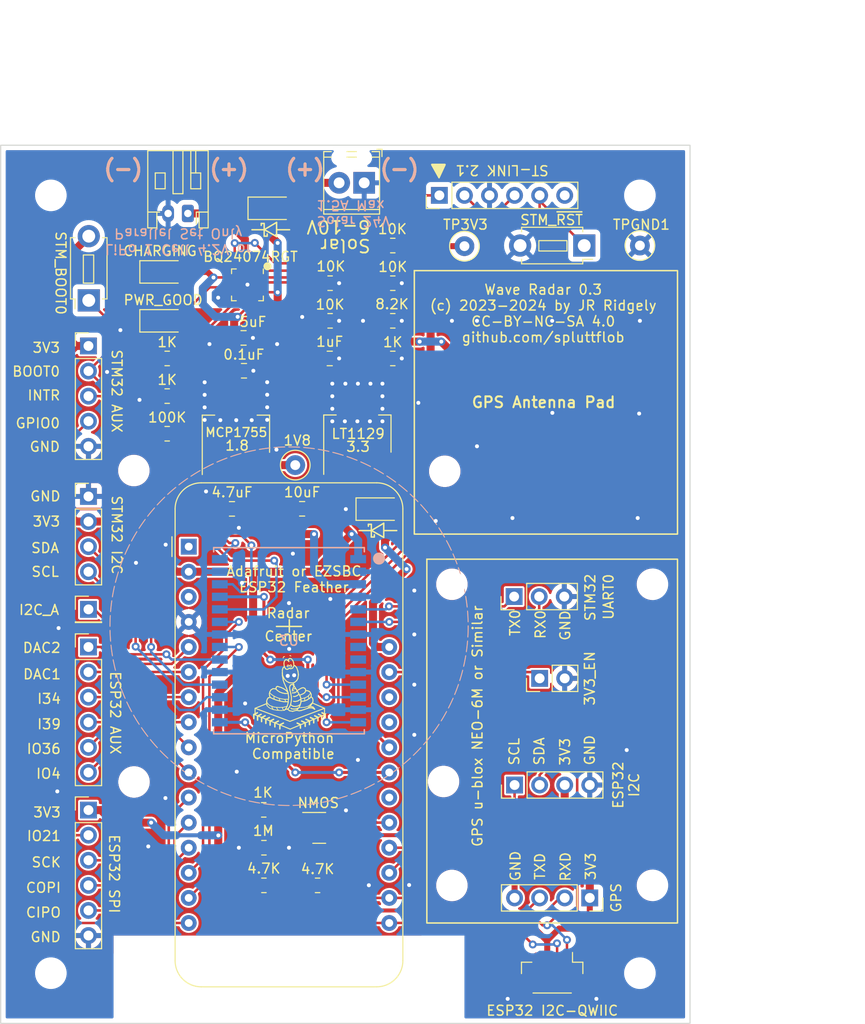
<source format=kicad_pcb>
(kicad_pcb (version 20240108) (generator "pcbnew") (generator_version "8.0")
  (title_block (title "Wave Radar Main Board") (date "2024-11-21") (rev "0.3") (company "Academia Nuts"))
  (layers (0 "F.Cu" signal) (31 "B.Cu" signal) (34 "B.Paste" user) (35 "F.Paste" user) (36 "B.SilkS" user "B.Silkscreen") (37 "F.SilkS" user "F.Silkscreen") (38 "B.Mask" user) (39 "F.Mask" user) (44 "Edge.Cuts" user))
  (net 0 "")
  (net 2 "+3V3")
  (net 4 "GND")
  (net 5 "/DAC2")
  (net 6 "/DAC1")
  (net 7 "/I34")
  (net 8 "/I39")
  (net 9 "/IO36")
  (net 10 "/IO4")
  (net 11 "/SCK")
  (net 12 "/COPI")
  (net 13 "/CIPO")
  (net 14 "TXDD")
  (net 15 "RXDD")
  (net 16 "/IO21")
  (net 17 "/SDA")
  (net 18 "/SCL")
  (net 19 "/GPS_RXD")
  (net 20 "/GPS_TXD")
  (net 21 "/IO15")
  (net 24 "/3VEN")
  (net 25 "Net-(A1-VBAT)")
  (net 26 "/1V8")
  (net 27 "V_CHGR")
  (net 28 "Net-(D1-A)")
  (net 29 "Net-(D2-K)")
  (net 30 "Net-(D3-K)")
  (net 31 "/SWCLK")
  (net 32 "/SWDIO")
  (net 33 "Net-(J1-Pin_5)")
  (net 34 "(Reserved)")
  (net 35 "/BOOT0")
  (net 36 "/MCU_INT")
  (net 37 "/GPIO0")
  (net 38 "/STM_SDA")
  (net 39 "/STM_SCL")
  (net 40 "Net-(Q1-G)")
  (net 41 "Net-(U4-ILIM)")
  (net 42 "Net-(U4-ISET)")
  (net 43 "Net-(U4-ITERM)")
  (net 44 "Net-(U4-~{CE})")
  (net 45 "Net-(U4-TS)")
  (net 46 "Net-(U4-~{PGOOD})")
  (net 47 "Net-(U4-~{CHG})")
  (net 48 "CTS0")
  (net 49 "RTS0")
  (net 50 "/I2CADDR")
  (net 51 "/SOL_IN")
  (net 52 "/BAT")
  (net 53 "Net-(J1-Pin_1)")
  (net 54 "/GPS_GND")
  (net 55 "/STM_TX0")
  (net 56 "/STM_RX0")
  (net 57 "STM_IO1")
  (net 58 "AWAKEN")
  (footprint "Connector_PinHeader_2.54mm:PinHeader_1x04_P2.54mm_Vertical" (layer "F.Cu") (at 76.2 78.74)
    (property "Reference" "J3")
    (property "Value" "STM32 I2C")
  )
  (footprint "Resistor_SMD:R_0805_2012Metric" (layer "F.Cu") (at 107.0375 57.15 180)
    (property "Reference" "R6")
    (property "Value" "10K")
  )
  (footprint "Connector_PinHeader_2.54mm:PinHeader_1x02_P2.54mm_Vertical" (layer "F.Cu") (at 121.92 97.155 90)
    (property "Reference" "J11")
    (property "Value" "3V3_EN")
  )
  (footprint "Connector_JST:JST_SH_BM04B-SRSS-TB_1x04-1MP_P1.00mm_Vertical" (layer "F.Cu") (at 123.19 127 180)
    (property "Reference" "J5")
    (property "Value" "ESP32 I2C-QWIIC")
  )
  (footprint "Resistor_SMD:R_0805_2012Metric" (layer "F.Cu") (at 107.0375 60.96 180)
    (property "Reference" "R4")
    (property "Value" "8.2K")
  )
  (footprint "Connector_JST:JST_PH_S2B-PH-K_1x02_P2.00mm_Horizontal" (layer "F.Cu") (at 86.270244 50.090104 180)
    (property "Reference" "J9")
    (property "Value" "LiPo")
  )
  (footprint "Button_Switch_THT:SW_PUSH_1P1T_6x3.5mm_H4.3_APEM_MJTP1243" (layer "F.Cu") (at 76.22986 58.891477 90)
    (property "Reference" "SW2")
    (property "Value" "STM_BOOT0")
  )
  (footprint "Resistor_SMD:R_0805_2012Metric" (layer "F.Cu") (at 107.0375 53.34)
    (property "Reference" "R12")
    (property "Value" "10K")
  )
  (footprint "TestPoint:TestPoint_Loop_D2.50mm_Drill1.0mm" (layer "F.Cu") (at 132.08 53.34 180)
    (property "Reference" "TPGND1")
    (property "Value" "TestPoint")
  )
  (footprint "MountingHole:MountingHole_2.7mm" (layer "F.Cu") (at 72.39 48.26)
    (property "Reference" "H1")
    (property "Value" "MountingHole")
  )
  (footprint "Connector_PinSocket_2.54mm:PinSocket_1x04_P2.54mm_Vertical" (layer "F.Cu") (at 127 119.38 -90)
    (property "Reference" "J10")
    (property "Value" "GPS")
  )
  (footprint "Resistor_SMD:R_0805_2012Metric" (layer "F.Cu") (at 93.962777 110.465165)
    (property "Reference" "R10")
    (property "Value" "1K")
  )
  (footprint "MountingHole:MountingHole_2.7mm" (layer "F.Cu") (at 133.35 87.63)
    (property "Reference" "H10")
    (property "Value" "MountingHole")
  )
  (footprint "LED_SMD:LED_1206_3216Metric" (layer "F.Cu") (at 83.69 56.01)
    (property "Reference" "D3")
    (property "Value" "CHARGING")
  )
  (footprint "Package_TO_SOT_SMD:SOT-23" (layer "F.Cu") (at 99.585684 112.291699)
    (property "Reference" "Q1")
    (property "Value" "NMOS")
  )
  (footprint "TestPoint:TestPoint_Loop_D2.50mm_Drill1.0mm" (layer "F.Cu") (at 97.155 75.565)
    (property "Reference" "TP1V8")
    (property "Value" "TestPoint")
  )
  (footprint "MountingHole:MountingHole_2.7mm" (layer "F.Cu") (at 132.08 127)
    (property "Reference" "H4")
    (property "Value" "MountingHole")
  )
  (footprint "Connector_PinHeader_2.54mm:PinHeader_1x06_P2.54mm_Vertical" (layer "F.Cu") (at 76.2 93.98)
    (property "Reference" "J12")
    (property "Value" "ESP32 AUX")
  )
  (footprint "Resistor_SMD:R_0805_2012Metric" (layer "F.Cu") (at 93.98 118.11)
    (property "Reference" "R2")
    (property "Value" "4.7K")
  )
  (footprint "Connector_PinHeader_2.54mm:PinHeader_1x06_P2.54mm_Vertical" (layer "F.Cu") (at 76.2 110.49)
    (property "Reference" "J7")
    (property "Value" "ESP32 SPI")
  )
  (footprint "Resistor_SMD:R_0805_2012Metric" (layer "F.Cu") (at 84.1775 68.58 180)
    (property "Reference" "R9")
    (property "Value" "1K")
  )
  (footprint "MountingHole:MountingHole_2.7mm" (layer "F.Cu") (at 132.08 48.26)
    (property "Reference" "H2")
    (property "Value" "MountingHole")
  )
  (footprint "Connector_PinHeader_2.54mm:PinHeader_1x05_P2.54mm_Vertical" (layer "F.Cu") (at 76.2 63.505)
    (property "Reference" "J2")
    (property "Value" "STM32 AUX")
  )
  (footprint "Resistor_SMD:R_0805_2012Metric" (layer "F.Cu") (at 107.0375 64.77 180)
    (property "Reference" "R3")
    (property "Value" "1K")
  )
  (footprint "Button_Switch_THT:SW_PUSH_1P1T_6x3.5mm_H4.3_APEM_MJTP1243" (layer "F.Cu") (at 126.44 53.34 180)
    (property "Reference" "SW1")
    (property "Value" "STM_~{RST}")
  )
  (footprint "Resistor_SMD:R_0805_2012Metric" (layer "F.Cu") (at 84.1775 64.77 180)
    (property "Reference" "R8")
    (property "Value" "1K")
  )
  (footprint "Capacitor_SMD:C_0805_2012Metric" (layer "F.Cu") (at 97.851115 79.989634 180)
    (property "Reference" "C2")
    (property "Value" "10uF")
  )
  (footprint "TestPoint:TestPoint_Loop_D2.50mm_Drill1.0mm" (layer "F.Cu") (at 114.3 53.402098)
    (property "Reference" "TP3V3")
    (property "Value" "TestPoint")
  )
  (footprint "Resistor_SMD:R_0805_2012Metric" (layer "F.Cu") (at 84.1775 72.39 180)
    (property "Reference" "R13")
    (property "Value" "100K")
  )
  (footprint "Module:Adafruit_Feather" (layer "F.Cu") (at 86.36 83.82)
    (property "Reference" "A1")
    (property "Value" "Adafruit_Feather_HUZZAH32_ESP32")
  )
  (footprint "Capacitor_SMD:C_0805_2012Metric" (layer "F.Cu") (at 100.65 64.77)
    (property "Reference" "C4")
    (property "Value" "1uF")
  )
  (footprint "Connector_PinHeader_2.54mm:PinHeader_1x06_P2.54mm_Vertical" (layer "F.Cu") (at 111.76 48.26 90)
    (property "Reference" "J1")
    (property "Value" "ST-LINK 2.1")
  )
  (footprint "MountingHole:MountingHole_2.7mm" (layer "F.Cu") (at 133.35 118.11)
    (property "Reference" "H6")
    (property "Value" "MountingHole")
  )
  (footprint "Connector_PinHeader_2.54mm:PinHeader_1x01_P2.54mm_Vertical" (layer "F.Cu") (at 76.2 90.17)
    (property "Reference" "J4")
    (property "Value" "I2CADDR")
  )
  (footprint "MountingHole:MountingHole_2.7mm" (layer "F.Cu") (at 72.39 127)
    (property "Reference" "H3")
    (property "Value" "MountingHole")
  )
  (footprint "Resistor_SMD:R_0805_2012Metric" (layer "F.Cu") (at 100.6875 60.96 180)
    (property "Reference" "R5")
    (property "Value" "10K")
  )
  (footprint "Diode_SMD:D_1206_3216Metric" (layer "F.Cu") (at 94.65278 49.568146)
    (property "Reference" "D1")
    (property "Value" "D_Schottky")
  )
  (footprint "MountingHole:MountingHole_2.7mm" (layer "F.Cu") (at 113.03 118.12)
    (property "Reference" "H8")
    (property "Value" "MountingHole")
  )
  (footprint "MountingHole:MountingHole_2.7mm" (layer "F.Cu") (at 112.305703 76.189359)
    (property "Reference" "H5")
    (property "Value" "MountingHole")
  )
  (footprint "Connector_PinHeader_2.54mm:PinHeader_1x03_P2.54mm_Vertical" (layer "F.Cu") (at 119.335979 88.875 90)
    (property "Reference" "J14")
    (property "Value" "UART0")
  )
  (footprint "Package_DFN_QFN:VQFN-16-1EP_3x3mm_P0.5mm_EP1.6x1.6mm" (layer "F.Cu") (at 92.31 57.3175 -90)
    (property "Reference" "U4")
    (property "Value" "BQ24074RGT")
  )
  (footprint "Capacitor_SMD:C_0805_2012Metric" (layer "F.Cu") (at 91.915687 62.690059)
    (property "Reference" "C3")
    (property "Value" "5uF")
  )
  (footprint "MountingHole:MountingHole_2.7mm" (layer "F.Cu") (at 80.800746 76.115194)
    (property "Reference" "H7")
    (property "Value" "MountingHole")
  )
  (footprint "Resistor_SMD:R_0805_2012Metric" (layer "F.Cu") (at 99.4175 118.11 180)
    (property "Reference" "R1")
    (property "Value" "4.7K")
  )
  (footprint "LED_SMD:LED_1206_3216Metric" (layer "F.Cu") (at 83.69 60.96)
    (property "Reference" "D2")
    (property "Value" "PWR_GOOD")
  )
  (footprint "Capacitor_SMD:C_0805_2012Metric" (layer "F.Cu") (at 91.960422 66.015363)
    (property "Reference" "C5")
    (property "Value" "0.1uF")
  )
  (footprint "TerminalBlock_Phoenix:TerminalBlock_Phoenix_MPT-0,5-2-2.54_1x02_P2.54mm_Horizontal" (layer "F.Cu") (at 104.14 46.99 180)
    (property "Reference" "J8")
    (property "Value" "Solar")
  )
  (footprint "Resistor_SMD:R_0805_2012Metric" (layer "F.Cu") (at 93.98 114.3)
    (property "Reference" "R11")
    (property "Value" "1M")
  )
  (footprint "Package_TO_SOT_SMD:SOT-223-3_TabPin2" (layer "F.Cu") (at 103.449844 72.403081 90)
    (property "Reference" "U1")
    (property "Value" "LT1129-3.3_SOT223")
  )
  (footprint "Resistor_SMD:R_0805_2012Metric" (layer "F.Cu") (at 100.6875 57.15)
    (property "Reference" "R7")
    (property "Value" "10K")
  )
  (footprint "MountingHole:MountingHole_2.7mm" (layer "F.Cu") (at 113.03 87.63)
    (property "Reference" "H12")
    (property "Value" "MountingHole")
  )
  (footprint "Connector_PinHeader_2.54mm:PinHeader_1x04_P2.54mm_Vertical" (layer "F.Cu") (at 119.38 107.95 90)
    (property "Reference" "J6")
    (property "Value" "SHT31-2.54")
  )
  (footprint "MountingHole:MountingHole_2.7mm" (layer "F.Cu") (at 112.183107 107.594294)
    (property "Reference" "H11")
    (property "Value" "MountingHole")
  )
  (footprint "Package_TO_SOT_SMD:SOT-223-3_TabPin2" (layer "F.Cu") (at 91.141659 72.417898 90)
    (property "Reference" "U2")
    (property "Value" "MCP1754S-1802xMB")
  )
  (footprint "MountingHole:MountingHole_2.7mm" (layer "F.Cu") (at 80.818262 107.641656)
    (property "Reference" "H9")
    (property "Value" "MountingHole")
  )
  (footprint "Capacitor_SMD:C_0805_2012Metric" (layer "F.Cu") (at 90.743144 79.997086 180)
    (property "Reference" "C1")
    (property "Value" "4.7uF")
  )
  (footprint "Diode_SMD:D_1206_3216Metric" (layer "F.Cu") (at 105.598283 80.021939)
    (property "Reference" "D4")
    (property "Value" "D_Schottky")
  )
  (footprint "footprints:XM125_ACC" (layer "B.Cu") (at 96.52 93.345 180)
    (property "Reference" "U3")
    (property "Value" "XM125")
  )
  (gr_circle (center 105.643855 85.027689) (end 106.178669 85.027689) (stroke (width 0.15)) (fill solid) (layer "B.SilkS"))
  (gr_circle (center 96.529114 91.87309) (end 114.678693 91.87309) (stroke (width 0.1) (type dash)) (fill none) (layer "B.SilkS"))
  (gr_line (start 98.89858 99.650321) (end 98.94938 99.472521) (stroke (width 0.1016)) (layer "F.SilkS"))
  (gr_line (start 98.13658 100.082121) (end 97.78098 100.107521) (stroke (width 0.0762)) (layer "F.SilkS"))
  (gr_line (start 96.33318 96.246721) (end 96.18078 96.195921) (stroke (width 0.1016)) (layer "F.SilkS"))
  (gr_line (start 98.11118 99.142321) (end 98.11118 99.421721) (stroke (width 0.0762)) (layer "F.SilkS"))
  (gr_line (start 92.95498 100.818721) (end 92.95498 101.225121) (stroke (width 0.1524)) (layer "F.SilkS"))
  (gr_line (start 95.85058 96.602321) (end 95.85058 96.297521) (stroke (width 0.1016)) (layer "F.SilkS"))
  (gr_line (start 97.52698 98.761321) (end 97.32378 98.913721) (stroke (width 0.1016)) (layer "F.SilkS"))
  (gr_line (start 95.85058 96.881721) (end 95.92678 97.313521) (stroke (width 0.1016)) (layer "F.SilkS"))
  (gr_line (start 96.61258 98.329521) (end 96.58718 98.100921) (stroke (width 0.1016)) (layer "F.SilkS"))
  (gr_line (start 96.28238 98.177121) (end 96.43478 98.634321) (stroke (width 0.1016)) (layer "F.SilkS"))
  (gr_line (start 95.54578 99.193121) (end 95.54578 99.269321) (stroke (width 0.0762)) (layer "F.SilkS"))
  (gr_line (start 95.21558 99.345521) (end 95.59658 99.447121) (stroke (width 0.1016)) (layer "F.SilkS"))
  (gr_line (start 98.49218 98.913721) (end 98.41598 98.989921) (stroke (width 0.0762)) (layer "F.SilkS"))
  (gr_line (start 96.89198 100.488521) (end 96.58718 100.437721) (stroke (width 0.1016)) (layer "F.SilkS"))
  (gr_line (start 94.78378 99.980521) (end 94.80918 100.132921) (stroke (width 0.0762)) (layer "F.SilkS"))
  (gr_line (start 104.89736 82.193828) (end 106.121741 82.886444) (stroke (width 0.15)) (layer "F.SilkS"))
  (gr_line (start 96.46018 99.269321) (end 96.12998 99.269321) (stroke (width 0.0762)) (layer "F.SilkS"))
  (gr_line (start 96.33318 99.980521) (end 95.95218 100.082121) (stroke (width 0.0762)) (layer "F.SilkS"))
  (gr_line (start 107.43736 82.193828) (end 106.16736 82.193828) (stroke (width 0.15)) (layer "F.SilkS"))
  (gr_line (start 96.89198 98.278721) (end 96.94278 98.380321) (stroke (width 0.0762)) (layer "F.SilkS"))
  (gr_line (start 95.87598 96.881721) (end 95.85058 96.602321) (stroke (width 0.1016)) (layer "F.SilkS"))
  (gr_line (start 96.02838 95.840321) (end 96.00298 95.611721) (stroke (width 0.1016)) (layer "F.SilkS"))
  (gr_line (start 96.00298 94.951321) (end 95.95218 95.002121) (stroke (width 0.0762)) (layer "F.SilkS"))
  (gr_line (start 96.53638 97.592921) (end 96.25698 97.440521) (stroke (width 0.1016)) (layer "F.SilkS"))
  (gr_line (start 96.58718 98.100921) (end 96.61258 97.948521) (stroke (width 0.1016)) (layer "F.SilkS"))
  (gr_line (start 97.55238 100.437721) (end 97.27298 100.386921) (stroke (width 0.1016)) (layer "F.SilkS"))
  (gr_line (start 96.46018 95.814921) (end 96.38398 95.814921) (stroke (width 0.0762)) (layer "F.SilkS"))
  (gr_line (start 93.31058 100.640921) (end 92.95498 100.818721) (stroke (width 0.1524)) (layer "F.SilkS"))
  (gr_line (start 99.86378 100.640921) (end 100.19398 100.793321) (stroke (width 0.1524)) (layer "F.SilkS"))
  (gr_line (start 97.70478 99.269321) (end 97.39998 99.447121) (stroke (width 0.1016)) (layer "F.SilkS"))
  (gr_line (start 96.71418 99.675721) (end 96.76498 99.370921) (stroke (width 0.1016)) (layer "F.SilkS"))
  (gr_line (start 97.32378 98.913721) (end 97.12058 98.989921) (stroke (width 0.1016)) (layer "F.SilkS"))
  (gr_line (start 98.69538 101.123521) (end 99.02558 101.275921) (stroke (width 0.1524)) (layer "F.SilkS"))
  (gr_line (start 96.00298 99.523321) (end 96.43478 99.523321) (stroke (width 0.1016)) (layer "F.SilkS"))
  (gr_line (start 94.52978 98.710521) (end 94.55518 98.939121) (stroke (width 0.1016)) (layer "F.SilkS"))
  (gr_line (start 96.02838 99.269321) (end 95.69818 99.218521) (stroke (width 0.0762)) (layer "F.SilkS"))
  (gr_line (start 96.66338 94.849721) (end 96.58718 94.849721) (stroke (width 0.0762)) (layer "F.SilkS"))
  (gr_line (start 93.997882 51.10374) (end 93.707734 51.10374) (stroke (width 0.15)) (layer "F.SilkS"))
  (gr_line (start 97.45078 100.158321) (end 97.14598 100.259921) (stroke (width 0.1016)) (layer "F.SilkS"))
  (gr_line (start 96.94278 98.380321) (end 97.04438 98.456521) (stroke (width 0.0508)) (layer "F.SilkS"))
  (gr_line (start 96.94278 97.821521) (end 97.06978 97.973921) (stroke (width 0.1016)) (layer "F.SilkS"))
  (gr_line (start 96.25698 97.440521) (end 96.02838 97.186521) (stroke (width 0.1016)) (layer "F.SilkS"))
  (gr_line (start 96.91738 97.618321) (end 97.01898 97.770721) (stroke (width 0.1016)) (layer "F.SilkS"))
  (gr_line (start 96.63798 96.170521) (end 96.56178 96.119721) (stroke (width 0.1016)) (layer "F.SilkS"))
  (gr_line (start 94.80918 100.132921) (end 94.93618 100.310721) (stroke (width 0.0762)) (layer "F.SilkS"))
  (gr_line (start 97.95878 98.100921) (end 98.11118 98.151721) (stroke (width 0.1016)) (layer "F.SilkS"))
  (gr_line (start 96.12998 99.269321) (end 96.12998 99.370921) (stroke (width 0.0762)) (layer "F.SilkS"))
  (gr_line (start 94.45358 100.082121) (end 94.30118 99.929721) (stroke (width 0.0762)) (layer "F.SilkS"))
  (gr_line (start 98.61918 100.005921) (end 98.77158 100.005921) (stroke (width 0.1016)) (layer "F.SilkS"))
  (gr_line (start 95.24098 98.024721) (end 95.21558 98.100921) (stroke (width 0.1016)) (layer "F.SilkS"))
  (gr_line (start 99.50818 100.793321) (end 99.83838 100.945721) (stroke (width 0.1524)) (layer "F.SilkS"))
  (gr_line (start 96.55456 91.221572) (end 96.55456 92.476638) (stroke (width 0.15)) (layer "F.SilkS"))
  (gr_line (start 95.92678 97.313521) (end 96.02838 97.618321) (stroke (width 0.1016)) (layer "F.SilkS"))
  (gr_line (start 96.91738 95.357721) (end 96.99358 95.586321) (stroke (width 0.1016)) (layer "F.SilkS"))
  (gr_line (start 98.41598 100.183721) (end 98.06038 100.310721) (stroke (width 0.1016)) (layer "F.SilkS"))
  (gr_line (start 96.07918 96.043521) (end 96.02838 95.840321) (stroke (width 0.1016)) (layer "F.SilkS"))
  (gr_line (start 95.95218 96.043521) (end 96.05378 95.967321) (stroke (width 0.1016)) (layer "F.SilkS"))
  (gr_line (start 96.20618 98.354921) (end 95.97758 98.202521) (stroke (width 0.1016)) (layer "F.SilkS"))
  (gr_line (start 96.58718 100.031321) (end 96.71418 99.675721) (stroke (width 0.1016)) (layer "F.SilkS"))
  (gr_line (start 97.70478 99.091521) (end 97.73018 99.320121) (stroke (width 0.1016)) (layer "F.SilkS"))
  (gr_line (start 95.08858 101.656921) (end 95.08858 102.063321) (stroke (width 0.1524)) (layer "F.SilkS"))
  (gr_line (start 96.40938 98.583521) (end 96.20618 98.354921) (stroke (width 0.1016)) (layer "F.SilkS"))
  (gr_line (start 96.43478 100.234521) (end 96.58718 100.031321) (stroke (width 0.1016)) (layer "F.SilkS"))
  (gr_line (start 99.02558 101.301321) (end 99.02558 101.656921) (stroke (width 0.1524)) (layer "F.SilkS"))
  (gr_line (start 95.54578 100.107521) (end 94.98698 100.056721) (stroke (width 0.0762)) (layer "F.SilkS"))
  (gr_line (start 98.56838 98.837521) (end 98.49218 98.913721) (stroke (width 0.0762)) (layer "F.SilkS"))
  (gr_line (start 99.83838 100.945721) (end 99.83838 101.301321) (stroke (width 0.1524)) (layer "F.SilkS"))
  (gr_line (start 96.38398 95.814921) (end 96.33318 95.891121) (stroke (width 0.0762)) (layer "F.SilkS"))
  (gr_line (start 95.21558 98.253321) (end 95.08858 98.202521) (stroke (width 0.1016)) (layer "F.SilkS"))
  (gr_line (start 96.15538 95.281521) (end 96.25698 95.256121) (stroke (width 0.1016)) (layer "F.SilkS"))
  (gr_line (start 98.77158 100.005921) (end 98.94938 100.056721) (stroke (width 0.1016)) (layer "F.SilkS"))
  (gr_line (start 95.31718 100.386921) (end 94.91078 100.310721) (stroke (width 0.0762)) (layer "F.SilkS"))
  (gr_line (start 98.54298 98.456521) (end 98.39058 98.405721) (stroke (width 0.1016)) (layer "F.SilkS"))
  (gr_line (start 104.85591 81.558264) (end 104.565762 81.558264) (stroke (width 0.15)) (layer "F.SilkS"))
  (gr_line (start 96.71418 94.900521) (end 96.66338 94.849721) (stroke (width 0.0762)) (layer "F.SilkS"))
  (gr_line (start 95.87598 100.234521) (end 96.00298 100.386921) (stroke (width 0.0762)) (layer "F.SilkS"))
  (gr_line (start 94.68218 98.735921) (end 94.58058 98.608921) (stroke (width 0.0762)) (layer "F.SilkS"))
  (gr_line (start 96.94278 99.980521) (end 96.79038 99.904321) (stroke (width 0.1016)) (layer "F.SilkS"))
  (gr_line (start 95.85058 100.107521) (end 95.87598 100.234521) (stroke (width 0.0762)) (layer "F.SilkS"))
  (gr_line (start 95.54578 99.269321) (end 95.62198 99.447121) (stroke (width 0.0762)) (layer "F.SilkS"))
  (gr_line (start 93.707734 51.10374) (end 93.707734 51.297172) (stroke (width 0.15)) (layer "F.SilkS"))
  (gr_line (start 99.12718 100.945721) (end 99.45738 101.098121) (stroke (width 0.1524)) (layer "F.SilkS"))
  (gr_line (start 96.86658 98.634321) (end 97.09518 98.608921) (stroke (width 0.1016)) (layer "F.SilkS"))
  (gr_line (start 104.565762 81.558264) (end 104.565762 81.751696) (stroke (width 0.15)) (layer "F.SilkS"))
  (gr_line (start 97.17138 98.151721) (end 97.04438 98.227921) (stroke (width 0.1016)) (layer "F.SilkS"))
  (gr_line (start 94.88538 98.202521) (end 94.68218 98.329521) (stroke (width 0.1016)) (layer "F.SilkS"))
  (gr_line (start 97.42538 97.161121) (end 97.29838 97.389721) (stroke (width 0.1016)) (layer "F.SilkS"))
  (gr_circle (center 94.339665 55.440145) (end 94.008 55.416224) (stroke (width 0.15)) (fill solid) (layer "F.SilkS"))
  (gr_line (start 97.27298 100.386921) (end 96.89198 100.488521) (stroke (width 0.1016)) (layer "F.SilkS"))
  (gr_line (start 98.89858 99.142321) (end 98.77158 99.040721) (stroke (width 0.1016)) (layer "F.SilkS"))
  (gr_line (start 96.51098 95.459321) (end 96.46018 95.332321) (stroke (width 0.1016)) (layer "F.SilkS"))
  (gr_line (start 95.77438 98.100921) (end 95.39338 97.973921) (stroke (width 0.1016)) (layer "F.SilkS"))
  (gr_line (start 97.42538 96.424521) (end 97.47618 96.780121) (stroke (width 0.1016)) (layer "F.SilkS"))
  (gr_line (start 96.73958 97.796121) (end 96.84118 97.770721) (stroke (width 0.1016)) (layer "F.SilkS"))
  (gr_line (start 94.40278 99.751921) (end 94.25038 99.523321) (stroke (width 0.0762)) (layer "F.SilkS"))
  (gr_line (start 98.61918 99.167721) (end 98.77158 99.015321) (stroke (width 0.1016)) (layer "F.SilkS"))
  (gr_line (start 95.95218 100.082121) (end 95.54578 100.107521) (stroke (width 0.0762)) (layer "F.SilkS"))
  (gr_line (start 94.25038 99.523321) (end 94.25038 99.701121) (stroke (width 0.1016)) (layer "F.SilkS"))
  (gr_line (start 96.12998 99.269321) (end 96.02838 99.269321) (stroke (width 0.0762)) (layer "F.SilkS"))
  (gr_line (start 105.168648 82.841282) (end 105.168648 82.618662) (stroke (width 0.15)) (layer "F.SilkS"))
  (gr_line (start 96.38398 95.306921) (end 96.51098 95.459321) (stroke (width 0.1016)) (layer "F.SilkS"))
  (gr_line (start 98.18738 98.253321) (end 98.21278 98.354921) (stroke (width 0.1016)) (layer "F.SilkS"))
  (gr_line (start 95.263713 52.43192) (end 95.263713 50.994993) (stroke (width 0.15)) (layer "F.SilkS"))
  (gr_line (start 95.34258 100.259921) (end 95.44418 100.386921) (stroke (width 0.0762)) (layer "F.SilkS"))
  (gr_line (start 95.85058 96.602321) (end 95.85058 96.881721) (stroke (width 0.1016)) (layer "F.SilkS"))
  (gr_line (start 104.86443 82.844994) (end 104.86443 81.560049) (stroke (width 0.15)) (layer "F.SilkS"))
  (gr_line (start 100.19398 100.793321) (end 100.19398 101.148921) (stroke (width 0.1524)) (layer "F.SilkS"))
  (gr_line (start 96.10458 98.685121) (end 95.85058 98.634321) (stroke (width 0.1016)) (layer "F.SilkS"))
  (gr_line (start 96.76498 99.370921) (end 96.76498 99.040721) (stroke (width 0.1016)) (layer "F.SilkS"))
  (gr_line (start 104.89736 82.193828) (end 103.62736 82.193828) (stroke (width 0.15)) (layer "F.SilkS"))
  (gr_line (start 94.25038 99.472521) (end 94.25038 99.523321) (stroke (width 0.1016)) (layer "F.SilkS"))
  (gr_line (start 95.95218 101.682321) (end 95.59658 101.860121) (stroke (width 0.1524)) (layer "F.SilkS"))
  (gr_line (start 95.25 91.897924) (end 97.79 91.897924) (stroke (width 0.15)) (layer "F.SilkS"))
  (gr_line (start 98.77158 99.015321) (end 98.77158 98.761321) (stroke (width 0.1016)) (layer "F.SilkS"))
  (gr_line (start 94.88538 99.218521) (end 95.21558 99.345521) (stroke (width 0.1016)) (layer "F.SilkS"))
  (gr_line (start 94.58058 99.091521) (end 94.42818 99.116921) (stroke (width 0.1016)) (layer "F.SilkS"))
  (gr_line (start 98.39058 98.405721) (end 98.21278 98.405721) (stroke (width 0.1016)) (layer "F.SilkS"))
  (gr_line (start 96.02838 97.186521) (end 95.87598 96.881721) (stroke (width 0.1016)) (layer "F.SilkS"))
  (gr_line (start 96.76498 95.814921) (end 96.68878 95.789521) (stroke (width 0.0762)) (layer "F.SilkS"))
  (gr_line (start 94.006402 52.39047) (end 94.006402 51.105525) (stroke (width 0.15)) (layer "F.SilkS"))
  (gr_line (start 96.89198 97.618321) (end 96.53638 97.592921) (stroke (width 0.1016)) (layer "F.SilkS"))
  (gr_line (start 96.61258 101.504521) (end 93.08198 100.183721) (stroke (width 0.1016)) (layer "F.SilkS"))
  (gr_line (start 94.58058 98.507321) (end 94.52978 98.710521) (stroke (width 0.1016)) (layer "F.SilkS"))
  (gr_line (start 97.73018 100.412321) (end 97.55238 100.437721) (stroke (width 0.1016)) (layer "F.SilkS"))
  (gr_line (start 100.11778 100.844121) (end 96.63798 102.291921) (stroke (width 0.1016)) (layer "F.SilkS"))
  (gr_line (start 94.006142 52.39075) (end 94.308134 52.390321) (stroke (width 0.15)) (layer "F.SilkS"))
  (gr_line (start 98.41598 98.989921) (end 98.16198 99.116921) (stroke (width 0.0762)) (layer "F.SilkS"))
  (gr_line (start 96.76498 95.179921) (end 96.91738 95.357721) (stroke (width 0.1016)) (layer "F.SilkS"))
  (gr_line (start 95.44418 101.479121) (end 95.08858 101.656921) (stroke (width 0.1524)) (layer "F.SilkS"))
  (gr_line (start 96.79038 95.916521) (end 96.76498 95.814921) (stroke (width 0.0762)) (layer "F.SilkS"))
  (gr_line (start 96.12998 100.310721) (end 96.43478 100.234521) (stroke (width 0.1016)) (layer "F.SilkS"))
  (gr_line (start 97.90798 99.193121) (end 97.70478 99.218521) (stroke (width 0.0762)) (layer "F.SilkS"))
  (gr_line (start 94.63138 99.091521) (end 94.88538 99.218521) (stroke (width 0.1016)) (layer "F.SilkS"))
  (gr_line (start 93.08198 100.844121) (end 93.08198 100.209121) (stroke (width 0.1016)) (layer "F.SilkS"))
  (gr_line (start 96.61258 95.840321) (end 96.61258 95.916521) (stroke (width 0.0762)) (layer "F.SilkS"))
  (gr_line (start 94.039332 51.739304) (end 95.263713 52.43192) (stroke (width 0.15)) (layer "F.SilkS"))
  (gr_line (start 96.61258 95.129121) (end 96.76498 95.179921) (stroke (width 0.1016)) (layer "F.SilkS"))
  (gr_line (start 97.78098 100.107521) (end 97.55238 100.107521) (stroke (width 0.0762)) (layer "F.SilkS"))
  (gr_line (start 97.47618 96.780121) (end 97.42538 97.161121) (stroke (width 0.1016)) (layer "F.SilkS"))
  (gr_line (start 97.65398 99.853521) (end 97.55238 100.082121) (stroke (width 0.1016)) (layer "F.SilkS"))
  (gr_line (start 94.68218 98.329521) (end 94.58058 98.507321) (stroke (width 0.1016)) (layer "F.SilkS"))
  (gr_line (start 97.42538 99.955121) (end 97.14598 100.005921) (stroke (width 0.1016)) (layer "F.SilkS"))
  (gr_line (start 97.24758 98.532721) (end 97.34918 98.431121) (stroke (width 0.1016)) (layer "F.SilkS"))
  (gr_line (start 94.78378 99.980521) (end 94.58058 99.904321) (stroke (width 0.0762)) (layer "F.SilkS"))
  (gr_line (start 97.14598 99.497921) (end 96.96818 99.472521) (stroke (width 0.1016)) (layer "F.SilkS"))
  (gr_line (start 94.60598 100.183721) (end 94.45358 100.082121) (stroke (width 0.0762)) (layer "F.SilkS"))
  (gr_line (start 96.43478 99.624921) (end 96.33318 99.980521) (stroke (width 0.1016)) (layer "F.SilkS"))
  (gr_line (start 96.56178 96.119721) (end 96.46018 96.195921) (stroke (width 0.1016)) (layer "F.SilkS"))
  (gr_line (start 98.66998 98.558121) (end 98.54298 98.456521) (stroke (width 0.1016)) (layer "F.SilkS"))
  (gr_line (start 93.69158 100.793321) (end 93.33598 100.971121) (stroke (width 0.1524)) (layer "F.SilkS"))
  (gr_line (start 93.33598 100.971121) (end 93.33598 101.377521) (stroke (width 0.1524)) (layer "F.SilkS"))
  (gr_line (start 94.25038 99.701121) (end 94.30118 99.929721) (stroke (width 0.1016)) (layer "F.SilkS"))
  (gr_line (start 98.94938 100.056721) (end 99.07638 100.183721) (stroke (width 0.1016)) (layer "F.SilkS"))
  (gr_line (start 97.01898 97.923121) (end 96.94278 98.126321) (stroke (width 0.1016)) (layer "F.SilkS"))
  (gr_line (start 98.89858 99.650321) (end 98.72078 99.904321) (stroke (width 0.1016)) (layer "F.SilkS"))
  (gr_line (start 95.01238 98.964521) (end 94.98698 99.066121) (stroke (width 0.0762)) (layer "F.SilkS"))
  (gr_line (start 98.11118 98.608921) (end 97.95878 98.710521) (stroke (width 0.1016)) (layer "F.SilkS"))
  (gr_line (start 98.59378 101.479121) (end 98.59378 101.834721) (stroke (width 0.1524)) (layer "F.SilkS"))
  (gr_line (start 94.55518 98.939121) (end 94.63138 99.091521) (stroke (width 0.1016)) (layer "F.SilkS"))
  (gr_line (start 96.61258 97.948521) (end 96.66338 97.846921) (stroke (width 0.1016)) (layer "F.SilkS"))
  (gr_line (start 96.20618 100.209121) (end 96.05378 100.386921) (stroke (width 0.1016)) (layer "F.SilkS"))
  (gr_line (start 94.58058 99.904321) (end 94.40278 99.751921) (stroke (width 0.0762)) (layer "F.SilkS"))
  (gr_line (start 97.19678 98.177121) (end 97.39998 98.507321) (stroke (width 0.1016)) (layer "F.SilkS"))
  (gr_line (start 95.74898 100.412321) (end 95.31718 100.386921) (stroke (width 0.0762)) (layer "F.SilkS"))
  (gr_line (start 94.32658 99.243921) (end 94.25038 99.472521) (stroke (width 0.1016)) (layer "F.SilkS"))
  (gr_line (start 94.96158 101.301321) (end 94.60598 101.479121) (stroke (width 0.1524)) (layer "F.SilkS"))
  (gr_line (start 97.04438 95.840321) (end 97.14598 95.891121) (stroke (width 0.1016)) (layer "F.SilkS"))
  (gr_line (start 96.02838 97.618321) (end 96.28238 98.177121) (stroke (width 0.1016)) (layer "F.SilkS"))
  (gr_line (start 96.86658 98.304121) (end 96.84118 98.380321) (stroke (width 0.0762)) (layer "F.SilkS"))
  (gr_line (start 95.97758 98.202521) (end 95.77438 98.100921) (stroke (width 0.1016)) (layer "F.SilkS"))
  (gr_line (start 98.66998 100.132921) (end 98.39058 100.183721) (stroke (width 0.1016)) (layer "F.SilkS"))
  (gr_line (start 97.14598 100.259921) (end 96.96818 100.259921) (stroke (width 0.1016)) (layer "F.SilkS"))
  (gr_line (start 96.00298 95.611721) (end 96.05378 95.408521) (stroke (width 0.1016)) (layer "F.SilkS"))
  (gr_line (start 97.01898 95.891121) (end 96.89198 96.119721) (stroke (width 0.1016)) (layer "F.SilkS"))
  (gr_line (start 100.11778 100.183721) (end 96.61258 101.504521) (stroke (width 0.1016)) (layer "F.SilkS"))
  (gr_line (start 97.65398 99.802721) (end 97.42538 99.955121) (stroke (width 0.1016)) (layer "F.SilkS"))
  (gr_line (start 94.98698 100.056721) (end 94.78378 99.980521) (stroke (width 0.0762)) (layer "F.SilkS"))
  (gr_line (start 96.46018 95.332321) (end 96.48558 95.205321) (stroke (width 0.1016)) (layer "F.SilkS"))
  (gr_line (start 94.98698 99.066121) (end 95.03778 99.269321) (stroke (width 0.0762)) (layer "F.SilkS"))
  (gr_line (start 97.80638 98.126321) (end 97.95878 98.100921) (stroke (width 0.1016)) (layer "F.SilkS"))
  (gr_line (start 96.05378 95.408521) (end 96.15538 95.281521) (stroke (width 0.1016)) (layer "F.SilkS"))
  (gr_line (start 94.60598 101.479121) (end 94.60598 101.885521) (stroke (width 0.1524)) (layer "F.SilkS"))
  (gr_line (start 95.85058 98.634321) (end 95.57118 98.532721) (stroke (width 0.1016)) (layer "F.SilkS"))
  (gr_line (start 96.33318 99.980521) (end 96.20618 100.209121) (stroke (width 0.1016)) (layer "F.SilkS"))
  (gr_line (start 96.68878 95.789521) (end 96.61258 95.840321) (stroke (width 0.0762)) (layer "F.SilkS"))
  (gr_line (start 106.121741 81.449517) (end 104.878247 82.181797) (stroke (width 0.15)) (layer "F.SilkS"))
  (gr_line (start 98.49218 98.913721) (end 98.51758 99.218521) (stroke (width 0.0762)) (layer "F.SilkS"))
  (gr_line (start 96.58718 100.437721) (end 96.38398 100.285321) (stroke (width 0.1016)) (layer "F.SilkS"))
  (gr_line (start 96.84118 97.770721) (end 96.94278 97.821521) (stroke (width 0.1016)) (layer "F.SilkS"))
  (gr_line (start 96.76498 99.040721) (end 96.71418 98.735921) (stroke (width 0.1016)) (layer "F.SilkS"))
  (gr_line (start 96.18078 96.195921) (end 96.07918 96.043521) (stroke (width 0.1016)) (layer "F.SilkS"))
  (gr_line (start 97.55238 100.082121) (end 97.39998 100.259921) (stroke (width 0.1016)) (layer "F.SilkS"))
  (gr_line (start 98.18738 98.481921) (end 98.11118 98.608921) (stroke (width 0.1016)) (layer "F.SilkS"))
  (gr_line (start 94.85998 98.862921) (end 94.68218 98.735921) (stroke (width 0.0762)) (layer "F.SilkS"))
  (gr_line (start 106.121741 82.886444) (end 106.121741 81.449517) (stroke (width 0.15)) (layer "F.SilkS"))
  (gr_line (start 93.08198 100.183721) (end 94.22498 99.726521) (stroke (width 0.1016)) (layer "F.SilkS"))
  (gr_line (start 95.85058 96.297521) (end 95.90138 96.145121) (stroke (width 0.1016)) (layer "F.SilkS"))
  (gr_line (start 98.33978 99.345521) (end 98.61918 99.167721) (stroke (width 0.1016)) (layer "F.SilkS"))
  (gr_line (start 97.67938 101.834721) (end 97.67938 102.190321) (stroke (width 0.1524)) (layer "F.SilkS"))
  (gr_line (start 98.94938 99.472521) (end 98.94938 99.294721) (stroke (width 0.1016)) (layer "F.SilkS"))
  (gr_line (start 95.90138 96.145121) (end 95.95218 96.043521) (stroke (width 0.1016)) (layer "F.SilkS"))
  (gr_line (start 96.579332 51.739304) (end 95.309332 51.739304) (stroke (width 0.15)) (layer "F.SilkS"))
  (gr_line (start 96.96818 100.259921) (end 96.79038 100.234521) (stroke (width 0.1016)) (layer "F.SilkS"))
  (gr_line (start 96.73958 96.170521) (end 96.63798 96.170521) (stroke (width 0.1016)) (layer "F.SilkS"))
  (gr_line (start 94.17418 101.301321) (end 94.17418 101.707721) (stroke (width 0.1524)) (layer "F.SilkS"))
  (gr_line (start 95.39338 97.973921) (end 95.31718 97.973921) (stroke (width 0.1016)) (layer "F.SilkS"))
  (gr_line (start 97.09518 98.608921) (end 97.24758 98.532721) (stroke (width 0.1016)) (layer "F.SilkS"))
  (gr_rect (start 109.22 55.88) (end 135.89 82.55) (stroke (width 0.15)) (fill none) (layer "F.SilkS"))
  (gr_line (start 96.71418 98.735921) (end 96.61258 98.329521) (stroke (width 0.1016)) (layer "F.SilkS"))
  (gr_line (start 96.66338 97.846921) (end 96.73958 97.796121) (stroke (width 0.1016)) (layer "F.SilkS"))
  (gr_line (start 96.51098 95.916521) (end 96.51098 95.865721) (stroke (width 0.0762)) (layer "F.SilkS"))
  (gr_line (start 95.59658 99.447121) (end 96.00298 99.523321) (stroke (width 0.1016)) (layer "F.SilkS"))
  (gr_line (start 98.46678 99.980521) (end 98.13658 100.082121) (stroke (width 0.0762)) (layer "F.SilkS"))
  (gr_line (start 98.06038 100.310721) (end 97.73018 100.412321) (stroke (width 0.1016)) (layer "F.SilkS"))
  (gr_line (start 98.16198 101.656921) (end 98.16198 102.012521) (stroke (width 0.1524)) (layer "F.SilkS"))
  (gr_line (start 95.69818 99.218521) (end 95.41878 99.142321) (stroke (width 0.0762)) (layer "F.SilkS"))
  (gr_line (start 96.48558 95.205321) (end 96.61258 95.129121) (stroke (width 0.1016)) (layer "F.SilkS"))
  (gr_line (start 98.08578 99.447121) (end 98.33978 99.345521) (stroke (width 0.1016)) (layer "F.SilkS"))
  (gr_line (start 98.16198 99.116921) (end 97.90798 99.193121) (stroke (width 0.0762)) (layer "F.SilkS"))
  (gr_line (start 94.52978 101.123521) (end 94.17418 101.301321) (stroke (width 0.1524)) (layer "F.SilkS"))
  (gr_line (start 97.14598 100.005921) (end 96.94278 99.980521) (stroke (width 0.1016)) (layer "F.SilkS"))
  (gr_line (start 93.74238 101.123521) (end 93.74238 101.529921) (stroke (width 0.1524)) (layer "F.SilkS"))
  (gr_line (start 96.79038 99.904321) (end 96.68878 99.802721) (stroke (width 0.1016)) (layer "F.SilkS"))
  (gr_line (start 95.59658 101.860121) (end 95.59658 102.266521) (stroke (width 0.1524)) (layer "F.SilkS"))
  (gr_line (start 96.12998 99.370921) (end 96.20618 99.497921) (stroke (width 0.0762)) (layer "F.SilkS"))
  (gr_line (start 97.06978 97.567521) (end 96.89198 97.618321) (stroke (width 0.1016)) (layer "F.SilkS"))
  (gr_line (start 98.89858 99.599521) (end 98.69538 99.802721) (stroke (width 0.0762)) (layer "F.SilkS"))
  (gr_line (start 98.89858 99.650321) (end 100.11778 100.183721) (stroke (width 0.1016)) (layer "F.SilkS"))
  (gr_line (start 97.34918 101.682321) (end 97.67938 101.834721) (stroke (width 0.1524)) (layer "F.SilkS"))
  (gr_line (start 95.31718 97.973921) (end 95.24098 98.024721) (stroke (width 0.1016)) (layer "F.SilkS"))
  (gr_line (start 97.29838 96.068921) (end 97.42538 96.424521) (stroke (width 0.1016)) (layer "F.SilkS"))
  (gr_line (start 98.11118 98.151721) (end 98.18738 98.253321) (stroke (width 0.1016)) (layer "F.SilkS"))
  (gr_line (start 98.89858 100.158321) (end 98.66998 100.132921) (stroke (width 0.1016)) (layer "F.SilkS"))
  (gr_line (start 96.89198 96.119721) (end 96.73958 96.170521) (stroke (width 0.1016)) (layer "F.SilkS"))
  (gr_line (start 95.34258 98.380321) (end 95.21558 98.253321) (stroke (width 0.1016)) (layer "F.SilkS"))
  (gr_line (start 96.84118 98.380321) (end 96.86658 98.507321) (stroke (width 0.0508)) (layer "F.SilkS"))
  (gr_line (start 98.72078 99.904321) (end 98.41598 100.183721) (stroke (width 0.1016)) (layer "F.SilkS"))
  (gr_line (start 96.63798 102.291921) (end 93.08198 100.844121) (stroke (width 0.1016)) (layer "F.SilkS"))
  (gr_line (start 95.08858 98.202521) (end 94.88538 98.202521) (stroke (width 0.1016)) (layer "F.SilkS"))
  (gr_line (start 97.73018 99.574121) (end 97.65398 99.853521) (stroke (width 0.1016)) (layer "F.SilkS"))
  (gr_line (start 94.039332 51.739304) (end 92.769332 51.739304) (stroke (width 0.15)) (layer "F.SilkS"))
  (gr_line (start 94.09798 100.945721) (end 93.74238 101.123521) (stroke (width 0.1524)) (layer "F.SilkS"))
  (gr_rect (start 110.49 85.09) (end 135.89 121.92) (stroke (width 0.15)) (fill none) (layer "F.SilkS"))
  (gr_line (start 97.12058 98.989921) (end 96.96818 98.989921) (stroke (width 0.1016)) (layer "F.SilkS"))
  (gr_line (start 96.33318 95.891121) (end 96.35858 95.967321) (stroke (width 0.0762)) (layer "F.SilkS"))
  (gr_line (start 97.34918 98.380321) (end 97.80638 98.126321) (stroke (width 0.1016)) (layer "F.SilkS"))
  (gr_line (start 97.14598 95.891121) (end 97.29838 96.068921) (stroke (width 0.1016)) (layer "F.SilkS"))
  (gr_line (start 97.60318 98.862921) (end 97.70478 99.091521) (stroke (width 0.1016)) (layer "F.SilkS"))
  (gr_line (start 98.94938 99.294721) (end 98.89858 99.142321) (stroke (width 0.1016)) (layer "F.SilkS"))
  (gr_line (start 98.69538 98.659721) (end 98.56838 98.837521) (stroke (width 0.0762)) (layer "F.SilkS"))
  (gr_line (start 95.263713 50.994993) (end 94.020219 51.727273) (stroke (width 0.15)) (layer "F.SilkS"))
  (gr_line (start 95.21558 98.100921) (end 95.21558 98.253321) (stroke (width 0.1016)) (layer "F.SilkS"))
  (gr_line (start 96.46018 96.195921) (end 96.33318 96.246721) (stroke (width 0.1016)) (layer "F.SilkS"))
  (gr_line (start 98.69538 99.802721) (end 98.46678 99.980521) (stroke (width 0.0762)) (layer "F.SilkS"))
  (gr_line (start 96.35858 95.967321) (end 96.43478 95.992721) (stroke (width 0.0762)) (layer "F.SilkS"))
  (gr_line (start 96.68878 96.018121) (end 96.73958 95.992721) (stroke (width 0.0762)) (layer "F.SilkS"))
  (gr_line (start 96.38398 98.685121) (end 96.10458 98.685121) (stroke (width 0.1016)) (layer "F.SilkS"))
  (gr_line (start 97.39998 100.259921) (end 97.27298 100.386921) (stroke (width 0.1016)) (layer "F.SilkS"))
  (gr_line (start 96.51098 95.865721) (end 96.46018 95.814921) (stroke (width 0.0762)) (layer "F.SilkS"))
  (gr_line (start 95.26638 100.107521) (end 95.31718 100.234521) (stroke (width 0.0762)) (layer "F.SilkS"))
  (gr_line (start 97.80638 101.479121) (end 98.13658 101.631521) (stroke (width 0.1524)) (layer "F.SilkS"))
  (gr_line (start 97.75558 99.472521) (end 98.08578 99.447121) (stroke (width 0.1016)) (layer "F.SilkS"))
  (gr_line (start 97.01898 97.770721) (end 97.01898 97.923121) (stroke (width 0.1016)) (layer "F.SilkS"))
  (gr_line (start 96.07918 94.951321) (end 96.00298 94.951321) (stroke (width 0.0762)) (layer "F.SilkS"))
  (gr_line (start 98.23818 101.301321) (end 98.56838 101.453721) (stroke (width 0.1524)) (layer "F.SilkS"))
  (gr_line (start 97.39998 99.447121) (end 97.14598 99.497921) (stroke (width 0.1016)) (layer "F.SilkS"))
  (gr_line (start 97.06978 97.973921) (end 97.19678 98.177121) (stroke (width 0.1016)) (layer "F.SilkS"))
  (gr_line (start 98.21278 98.354921) (end 98.18738 98.481921) (stroke (width 0.1016)) (layer "F.SilkS"))
  (gr_line (start 99.45738 101.098121) (end 99.45738 101.453721) (stroke (width 0.1524)) (layer "F.SilkS"))
  (gr_line (start 96.43478 98.634321) (end 96.48558 99.066121) (stroke (width 0.1016)) (layer "F.SilkS"))
  (gr_line (start 96.05378 100.386921) (end 95.74898 100.412321) (stroke (width 0.0762)) (layer "F.SilkS"))
  (gr_line (start 96.94278 98.126321) (end 96.86658 98.304121) (stroke (width 0.1016)) (layer "F.SilkS"))
  (gr_line (start 96.73958 95.992721) (end 96.79038 95.916521) (stroke (width 0.0762)) (layer "F.SilkS"))
  (gr_line (start 95.57118 98.532721) (end 95.34258 98.380321) (stroke (width 0.1016)) (layer "F.SilkS"))
  (gr_line (start 94.31062 52.386758) (end 94.31062 52.164138) (stroke (width 0.15)) (layer "F.SilkS"))
  (gr_line (start 95.11398 99.015321) (end 94.85998 98.862921) (stroke (width 0.0762)) (layer "F.SilkS"))
  (gr_line (start 97.29838 97.389721) (end 97.06978 97.567521) (stroke (width 0.1016)) (layer "F.SilkS"))
  (gr_line (start 95.41878 99.142321) (end 95.11398 99.015321) (stroke (width 0.0762)) (layer "F.SilkS"))
  (gr_line (start 96.99358 95.586321) (end 97.01898 95.891121) (stroke (width 0.1016)) (layer "F.SilkS"))
  (gr_line (start 95.95218 95.002121) (end 95.92678 95.103721) (stroke (width 0.0762)) (layer "F.SilkS"))
  (gr_line (start 96.48558 99.066121) (end 96.43478 99.624921) (stroke (width 0.1016)) (layer "F.SilkS"))
  (gr_line (start 97.73018 99.320121) (end 97.73018 99.574121) (stroke (width 0.1016)) (layer "F.SilkS"))
  (gr_line (start 96.25698 95.256121) (end 96.38398 95.306921) (stroke (width 0.1016)) (layer "F.SilkS"))
  (gr_line (start 94.42818 99.116921) (end 94.32658 99.243921) (stroke (width 0.1016)) (layer "F.SilkS"))
  (gr_line (start 100.11778 100.209121) (end 100.11778 100.844121) (stroke (width 0.1016)) (layer "F.SilkS"))
  (gr_line (start 94.91078 100.310721) (end 94.60598 100.183721) (stroke (width 0.0762)) (layer "F.SilkS"))
  (gr_line (start 97.95878 98.710521) (end 97.60318 98.862921) (stroke (width 0.1016)) (layer "F.SilkS"))
  (gr_line (start 98.77158 98.761321) (end 98.66998 98.558121) (stroke (width 0.1016)) (layer "F.SilkS"))
  (gr_line (start 99.07638 100.183721) (end 99.12718 100.285321) (stroke (width 0.1016)) (layer "F.SilkS"))
  (gr_line (start 99.12718 100.285321) (end 98.89858 100.158321) (stroke (width 0.1016)) (layer "F.SilkS"))
  (gr_poly (pts (xy 111.009491 45.149782) (xy 111.72171 46.415663) (xy 112.311319 45.149782)) (stroke (width 0.2)) (fill solid) (layer "F.SilkS"))
  (gr_line (start 104.86417 82.845274) (end 105.166162 82.844845) (stroke (width 0.15)) (layer "F.SilkS"))
  (gr_line (start 96.79038 100.234521) (end 96.71418 100.183721) (stroke (width 0.1016)) (layer "F.SilkS"))
  (gr_line (start 97.39998 98.507321) (end 97.60318 98.862921) (stroke (width 0.1016)) (layer "F.SilkS"))
  (gr_rect (start 67.31 43.18) (end 137.16 132.08) (stroke (width 0.1)) (fill none) (layer "Edge.Cuts"))
  (gr_text "(+)     (-)" (at 96.02043 46.418663 0) (layer "B.SilkS") (effects (font (size 1.5 1.5) (thickness 0.3) (bold yes)) (justify left bottom)))
  (gr_text "LiPo 1 Cell 4.2V or\nParallel Set Only" (at 85.312614 51.526736 180) (layer "B.SilkS") (effects (font (size 1 1)) (justify bottom mirror)))
  (gr_text "(+)      (-)" (at 92.565226 44.874849 180) (layer "B.SilkS") (effects (font (size 1.5 1.5) (thickness 0.3) (bold yes)) (justify left bottom)))
  (gr_text "Solar 24V\n1.5A Max" (at 99.226998 48.682017 180) (layer "B.SilkS") (effects (font (size 1 1)) (justify left bottom mirror)))
  (gr_text "Radar" (at 96.442722 91.134587 0) (layer "F.SilkS") (effects (font (size 1 1)) (justify bottom)))
  (gr_text "SDA" (at 122.472246 106.045 90) (layer "F.SilkS") (effects (font (size 1 1)) (justify left bottom)))
  (gr_text "GND" (at 73.482864 123.927215 0) (layer "F.SilkS") (effects (font (size 1 1)) (justify right bottom)))
  (gr_text "IO21" (at 73.49818 113.696379 0) (layer "F.SilkS") (effects (font (size 1 1)) (justify right bottom)))
  (gr_text "3V3" (at 127.681277 117.669205 90) (layer "F.SilkS") (effects (font (size 1 1)) (justify left bottom)))
  (gr_text "DAC2" (at 73.467549 94.646651 0) (layer "F.SilkS") (effects (font (size 1 1)) (justify right bottom)))
  (gr_text "STM32" (at 127.635 91.44 90) (layer "F.SilkS") (effects (font (size 1 1)) (justify left bottom)))
  (gr_text "TXD" (at 122.54031 117.649544 90) (layer "F.SilkS") (effects (font (size 1 1)) (justify left bottom)))
  (gr_text "ESP32\nI2C" (at 132.08 107.95 90) (layer "F.SilkS") (effects (font (size 1 1)) (justify bottom)))
  (gr_text "TX0" (at 120.015 90.099794 90) (layer "F.SilkS") (effects (font (size 1 1)) (justify right bottom)))
  (gr_text "I39" (at 73.49818 102.381041 0) (layer "F.SilkS") (effects (font (size 1 1)) (justify right bottom)))
  (gr_text "Wave Radar 0.3\n(c) 2023-2024 by JR Ridgely\nCC-BY-NC-SA 4.0\ngithub.com/spluttflob" (at 122.282234 63.21618 0) (layer "F.SilkS") (effects (font (size 1 1)) (justify bottom)))
  (gr_text "RX0" (at 122.59313 90.150846 90) (layer "F.SilkS") (effects (font (size 1 1)) (justify right bottom)))
  (gr_text "1.8" (at 89.970842 74.172793 0) (layer "F.SilkS") (effects (font (size 1 1)) (justify left bottom)))
  (gr_text "(+)      (-)" (at 92.565226 44.874849 180) (layer "F.SilkS") (effects (font (size 1.5 1.5) (thickness 0.3) (bold yes)) (justify left bottom)))
  (gr_text "SCL" (at 119.935979 106.045 90) (layer "F.SilkS") (effects (font (size 1 1)) (justify left bottom)))
  (gr_text "I2C_A" (at 73.314687 90.807575 0) (layer "F.SilkS") (effects (font (size 1 1)) (justify right bottom)))
  (gr_text "IO36" (at 73.482864 104.877487 0) (layer "F.SilkS") (effects (font (size 1 1)) (justify right bottom)))
  (gr_text "CIPO" (at 73.49818 121.446084 0) (layer "F.SilkS") (effects (font (size 1 1)) (justify right bottom)))
  (gr_text "IO4" (at 73.482864 107.389249 0) (layer "F.SilkS") (effects (font (size 1 1)) (justify right bottom)))
  (gr_text "Center" (at 96.455149 93.483176 0) (layer "F.SilkS") (effects (font (size 1 1)) (justify bottom)))
  (gr_text "DAC1" (at 73.49818 97.326885 0) (layer "F.SilkS") (effects (font (size 1 1)) (justify right bottom)))
  (gr_text "RXD" (at 125.130307 117.798042 90) (layer "F.SilkS") (effects (font (size 1 1)) (justify left bottom)))
  (gr_text "BOOT0" (at 73.402905 66.679616 0) (layer "F.SilkS") (effects (font (size 1 1)) (justify right bottom)))
  (gr_text "GND" (at 127.581538 106.045 90) (layer "F.SilkS") (effects (font (size 1 1)) (justify left bottom)))
  (gr_text "GND" (at 73.458388 79.310595 0) (layer "F.SilkS") (effects (font (size 1 1)) (justify right bottom)))
  (gr_text "GND" (at 125.095 90.176372 90) (layer "F.SilkS") (effects (font (size 1 1)) (justify right bottom)))
  (gr_text "GND" (at 120.054133 117.772275 90) (layer "F.SilkS") (effects (font (size 1 1)) (justify left bottom)))
  (gr_text "3V3" (at 73.420278 81.863976 0) (layer "F.SilkS") (effects (font (size 1 1)) (justify right bottom)))
  (gr_text "LT1129" (at 100.741912 72.984768 0) (layer "F.SilkS") (effects (font (size 1 1)) (justify left bottom)))
  (gr_text "GPS u-blox NEO-6M or Similar" (at 116.205 114.3 90) (layer "F.SilkS") (effects (font (size 1 1)) (justify left bottom)))
  (gr_text "INTR" (at 69.941231 69.09326 0) (layer "F.SilkS") (effects (font (size 1 1)) (justify left bottom)))
  (gr_text "MCP1755" (at 87.954741 72.783569 0) (layer "F.SilkS") (effects (font (size 0.9 0.9)) (justify left bottom)))
  (gr_text "GPIO0" (at 73.402905 71.913114 0) (layer "F.SilkS") (effects (font (size 1 1)) (justify right bottom)))
  (gr_text "(+)     (-)" (at 96.02043 46.418663 0) (layer "F.SilkS") (effects (font (size 1.5 1.5) (thickness 0.3) (bold yes)) (justify left bottom)))
  (gr_text "3.3" (at 102.235 74.295 0) (layer "F.SilkS") (effects (font (size 1 1) (thickness 0.15) (bold yes)) (justify left bottom)))
  (gr_text "Adafruit or EZSBC\nESP32 Feather" (at 97.021792 88.513611 0) (layer "F.SilkS") (effects (font (size 1 1)) (justify bottom)))
  (gr_text "COPI" (at 73.49818 118.934322 0) (layer "F.SilkS") (effects (font (size 1 1)) (justify right bottom)))
  (gr_text "3V3" (at 70.449367 64.265971 0) (layer "F.SilkS") (effects (font (size 1 1)) (justify left bottom)))
  (gr_text "SCL" (at 73.297753 86.948763 0) (layer "F.SilkS") (effects (font (size 1 1)) (justify right bottom)))
  (gr_text "GPS Antenna Pad" (at 114.935 69.85 0) (layer "F.SilkS") (effects (font (size 1.1 1.1) (thickness 0.2) (bold yes)) (justify left bottom)))
  (gr_text "GND" (at 73.402905 74.295 0) (layer "F.SilkS") (effects (font (size 1 1)) (justify right bottom)))
  (gr_text "6-10V" (at 104.871496 50.681204 180) (layer "F.SilkS") (effects (font (size 1.3 1.3) (thickness 0.18)) (justify left bottom)))
  (gr_text "1V8" (at 95.885 73.66 0) (layer "F.SilkS") (effects (font (size 1 1)) (justify left bottom)))
  (gr_text "3V3" (at 73.482864 111.307142 0) (layer "F.SilkS") (effects (font (size 1 1)) (justify right bottom)))
  (gr_text "3V3" (at 125.082029 106.063378 90) (layer "F.SilkS") (effects (font (size 1 1)) (justify left bottom)))
  (gr_text "SDA" (at 73.313069 84.54421 0) (layer "F.SilkS") (effects (font (size 1 1)) (justify right bottom)))
  (gr_text "SCK" (at 73.49818 116.361298 0) (layer "F.SilkS") (effects (font (size 1 1)) (justify right bottom)))
  (gr_text "MicroPython \nCompatible" (at 96.952205 105.387665 0) (layer "F.SilkS") (effects (font (size 1 1)) (justify bottom)))
  (gr_text "I34" (at 73.49818 99.808016 0) (layer "F.SilkS") (effects (font (size 1 1)) (justify right bottom)))
  (segment (start 110.868229 55.288079) (end 110.868229 55.174253) (width 0.6096) (layer "F.Cu") (net 2))
  (segment (start 94.8925 116.977305) (end 94.37851 116.463315) (width 0.8128) (layer "F.Cu") (net 2))
  (segment (start 116.84 122.516507) (end 121.450448 122.516507) (width 0.6096) (layer "F.Cu") (net 2))
  (segment (start 98.505 118.11) (end 98.505 120.095) (width 0.8128) (layer "F.Cu") (net 2))
  (segment (start 90.17 116.463315) (end 89.942222 116.463315) (width 0.8128) (layer "F.Cu") (net 2))
  (segment (start 125.950487 122.491536) (end 127 121.442023) (width 0.6096) (layer "F.Cu") (net 2))
  (segment (start 89.353004 115.874097) (end 89.353004 110.499759) (width 0.8128) (layer "F.Cu") (net 2))
  (segment (start 107.92547 120.650726) (end 105.410726 120.650726) (width 0.4064) (layer "F.Cu") (net 2))
  (segment (start 124.46 107.95) (end 124.46 114.3) (width 0.8128) (layer "F.Cu") (net 2))
  (segment (start 116.358901 122.035408) (end 115.57 122.035408) (width 0.6096) (layer "F.Cu") (net 2))
  (segment (start 89.942222 116.463315) (end 89.353004 115.874097) (width 0.8128) (layer "F.Cu") (net 2))
  (segment (start 102.87 82.55) (end 100.33 80.01) (width 0.8128) (layer "F.Cu") (net 2))
  (segment (start 109.399861 120.650726) (end 107.92547 120.650726) (width 0.8128) (layer "F.Cu") (net 2))
  (segment (start 115.57 122.035408) (end 110.784543 122.035408) (width 0.8128) (layer "F.Cu") (net 2))
  (segment (start 77.47 110.49) (end 78.74 111.76) (width 0.8128) (layer "F.Cu") (net 2))
  (segment (start 76.2 81.28) (end 74.93 81.28) (width 0.8128) (layer "F.Cu") (net 2))
  (segment (start 78.74 111.76) (end 82.55 111.76) (width 0.8128) (layer "F.Cu") (net 2))
  (segment (start 127 121.442023) (end 127 119.38) (width 0.6096) (layer "F.Cu") (net 2))
  (segment (start 98.505 120.095) (end 99.06 120.65) (width 0.8128) (layer "F.Cu") (net 2))
  (segment (start 122.69 123.69) (end 123.888464 122.491536) (width 0.6096) (layer "F.Cu") (net 2))
  (segment (start 94.37851 116.463315) (end 90.17 116.463315) (width 0.8128) (layer "F.Cu") (net 2))
  (segment (start 100.317086 79.997086) (end 100.33 80.01) (width 0.8128) (layer "F.Cu") (net 2))
  (segment (start 110.868229 55.174253) (end 112.640384 53.402098) (width 0.6096) (layer "F.Cu") (net 2))
  (segment (start 121.450448 122.516507) (end 122.69 123.756059) (width 0.6096) (layer "F.Cu") (net 2))
  (segment (start 92.884352 95.075648) (end 92.884352 86.36) (width 0.8128) (layer "F.Cu") (net 2))
  (segment (start 105.749844 76.495156) (end 105.749844 75.553081) (width 0.8128) (layer "F.Cu") (net 2))
  (segment (start 86.36 86.36) (end 85.09 86.36) (width 0.8128) (layer "F.Cu") (net 2))
  (segment (start 110.868229 55.288079) (end 110.868229 70.301428) (width 0.8128) (layer "F.Cu") (net 2))
  (segment (start 73.77446 62.34446) (end 74.93 63.5) (width 0.8128) (layer "F.Cu") (net 2))
  (segment (start 94.8925 118.11) (end 98.505 118.11) (width 0.8128) (layer "F.Cu") (net 2))
  (segment (start 74.93 81.28) (end 73.551157 79.901157) (width 0.8128) (layer "F.Cu") (net 2))
  (segment (start 76.2 110.49) (end 77.47 110.49) (width 0.8128) (layer "F.Cu") (net 2))
  (segment (start 122.69 123.756059) (end 122.69 124.067304) (width 0.6096) (layer "F.Cu") (net 2))
  (segment (start 116.84 122.516507) (end 116.358901 122.035408) (width 0.6096) (layer "F.Cu") (net 2))
  (segment (start 102.87 77.47) (end 104.775 77.47) (width 0.8128) (layer "F.Cu") (net 2))
  (segment (start 112.640384 53.402098) (end 114.3 53.402098) (width 0.6096) (layer "F.Cu") (net 2))
  (segment (start 89.353004 110.499759) (end 89.353004 98.606996) (width 0.8128) (layer "F.Cu") (net 2))
  (segment (start 74.93 63.5) (end 76.2 63.5) (width 0.8128) (layer "F.Cu") (net 2))
  (segment (start 92.884352 86.36) (end 99.06 86.36) (width 0.8128) (layer "F.Cu") (net 2))
  (segment (start 124.46 114.3) (end 127 116.84) (width 0.8128) (layer "F.Cu") (net 2))
  (segment (start 99.06 120.65) (end 105.41 120.65) (width 0.8128) (layer "F.Cu") (net 2))
  (segment (start 122.69 124.067304) (end 122.69 123.69) (width 0.6096) (layer "F.Cu") (net 2))
  (segment (start 110.784543 122.035408) (end 109.399861 120.650726) (width 0.8128) (layer "F.Cu") (net 2))
  (segment (start 76.2 81.28) (end 80.01 81.28) (width 0.8128) (layer "F.Cu") (net 2))
  (segment (start 110.868229 70.301428) (end 105.629657 75.54) (width 0.8128) (layer "F.Cu") (net 2))
  (segment (start 104.775 77.47) (end 105.749844 76.495156) (width 0.8128) (layer "F.Cu") (net 2))
  (segment (start 85.09 86.36) (end 80.01 81.28) (width 0.8128) (layer "F.Cu") (net 2))
  (segment (start 127 116.84) (end 127 119.38) (width 0.8128) (layer "F.Cu") (net 2))
  (segment (start 86.36 86.36) (end 92.884352 86.36) (width 0.8128) (layer "F.Cu") (net 2))
  (segment (start 99.06 86.36) (end 102.87 82.55) (width 0.8128) (layer "F.Cu") (net 2))
  (segment (start 108.92015 53.34) (end 107.95 53.34) (width 0.8128) (layer "F.Cu") (net 2))
  (segment (start 98.627074 79.997086) (end 100.317086 79.997086) (width 0.8128) (layer "F.Cu") (net 2))
  (segment (start 73.77446 54.846877) (end 73.77446 62.34446) (width 0.8128) (layer "F.Cu") (net 2))
  (segment (start 122.69 125.675) (end 122.69 124.067304) (width 0.6096) (layer "F.Cu") (net 2))
  (segment (start 76.22986 52.391477) (end 73.77446 54.846877) (width 0.8128) (layer "F.Cu") (net 2))
  (segment (start 110.868229 55.288079) (end 108.92015 53.34) (width 0.8128) (layer "F.Cu") (net 2))
  (segment (start 89.353004 98.606996) (end 92.884352 95.075648) (width 0.8128) (layer "F.Cu") (net 2))
  (segment (start 100.33 80.01) (end 102.87 77.47) (width 0.8128) (layer "F.Cu") (net 2))
  (segment (start 73.551157 79.901157) (end 73.551157 64.878843) (width 0.8128) (layer "F.Cu") (net 2))
  (segment (start 105.410726 120.650726) (end 105.41 120.65) (width 0.254) (layer "F.Cu") (net 2))
  (segment (start 123.888464 122.491536) (end 125.950487 122.491536) (width 0.6096) (layer "F.Cu") (net 2))
  (segment (start 73.551157 64.878843) (end 74.93 63.5) (width 0.8128) (layer "F.Cu") (net 2))
  (segment (start 94.8925 118.11) (end 94.8925 116.977305) (width 0.8128) (layer "F.Cu") (net 2))
  (via (at 82.55 111.76) (size 0.8) (drill 0.4) (layers "F.Cu" "B.Cu") (net 2))
  (via (at 89.361019 113.052564) (size 0.8) (drill 0.4) (layers "F.Cu" "B.Cu") (net 2))
  (via (at 102.87 82.55) (size 0.8) (drill 0.4) (layers "F.Cu" "B.Cu") (net 2))
  (segment (start 85.09 113.042805) (end 87.615863 113.042805) (width 0.4064) (layer "B.Cu") (net 2))
  (segment (start 89.350383 113.041928) (end 87.61674 113.041928) (width 0.8128) (layer "B.Cu") (net 2))
  (segment (start 83.832805 113.042805) (end 85.09 113.042805) (width 0.8128) (layer "B.Cu") (net 2))
  (segment (start 82.55 111.76) (end 83.832805 113.042805) (width 0.8128) (layer "B.Cu") (net 2))
  (segment (start 103.5304 85.09) (end 103.5304 83.2104) (width 0.8128) (layer "B.Cu") (net 2))
  (segment (start 103.5304 83.2104) (end 102.87 82.55) (width 0.8128) (layer "B.Cu") (net 2))
  (segment (start 97.589883 114.3) (end 98.648184 113.241699) (width 0.6096) (layer "F.Cu") (net 4))
  (segment (start 93.7475 57.5675) (end 92.56 57.5675) (width 0.254) (layer "F.Cu") (net 4))
  (segment (start 92.313485 57.295116) (end 92.313485 57.320985) (width 0.254) (layer "F.Cu") (net 4))
  (segment (start 121.69 126.9) (end 120.39 128.2) (width 0.6096) (layer "F.Cu") (net 4))
  (segment (start 90.8725 57.0675) (end 92.06 57.0675) (width 0.254) (layer "F.Cu") (net 4))
  (segment (start 92.313485 57.320985) (end 92.31 57.3175) (width 0.254) (layer "F.Cu") (net 4))
  (segment (start 92.56 57.5675) (end 92.31 57.3175) (width 0.254) (layer "F.Cu") (net 4))
  (segment (start 96.52 114.3) (end 97.589883 114.3) (width 0.6096) (layer "F.Cu") (net 4))
  (segment (start 90.8725 58.0675) (end 89.894636 58.0675) (width 0.254) (layer "F.Cu") (net 4))
  (segment (start 93.0675 114.3) (end 91.44 114.3) (width 0.8128) (layer "F.Cu") (net 4))
  (segment (start 89.894636 58.0675) (end 89.343694 58.618442) (width 0.254) (layer "F.Cu") (net 4))
  (segment (start 121.69 125.675) (end 121.69 126.9) (width 0.6096) (layer "F.Cu") (net 4))
  (segment (start 92.287616 57.295116) (end 92.313485 57.295116) (width 0.254) (layer "F.Cu") (net 4))
  (segment (start 92.06 57.0675) (end 92.287616 57.295116) (width 0.254) (layer "F.Cu") (net 4))
  (segment (start 103.449844 75.553081) (end 103.449844 69.253081) (width 0.8128) (layer "F.Cu") (net 4))
  (via (at 123.19 60.96) (size 0.8) (drill 0.4) (layers "F.Cu" "B.Cu") (net 4))
  (via (at 115.57 73.66) (size 0.8) (drill 0.4) (layers "F.Cu" "B.Cu") (net 4))
  (via (at 109.22 97.79) (size 0.8) (drill 0.4) (layers "F.Cu" "B.Cu") (net 4))
  (via (at 104.021423 60.96) (size 0.8) (drill 0.4) (layers "F.Cu" "B.Cu") (net 4))
  (via (at 115.57 60.96) (size 0.8) (drill 0.4) (layers "F.Cu" "B.Cu") (net 4))
  (via (at 96.52 114.3) (size 0.8) (drill 0.4) (layers "F.Cu" "B.Cu") (net 4))
  (via (at 109.22 92.71) (size 0.8) (drill 0.4) (layers "F.Cu" "B.Cu") (net 4))
  (via (at 101.6 64.77) (size 0.8) (drill 0.4) (layers "F.Cu" "B.Cu") (net 4))
  (via (at 81.371258 68.961153) (size 0.8) (drill 0.4) (layers "F.Cu" "B.Cu") (net 4))
  (via (at 104.61366 118.097807) (size 0.8) (drill 0.4) (layers "F.Cu" "B.Cu") (net 4))
  (via (at 101.6 57.15) (size 0.8) (drill 0.4) (layers "F.Cu" "B.Cu") (net 4))
  (via (at 104.775 67.323081) (size 0.8) (drill 0.4) (layers "F.Cu" "B.Cu") (net 4))
  (via (at 102.294596 110.517903) (size 0.8) (drill 0.4) (layers "F.Cu" "B.Cu") (net 4))
  (via (at 107.95 60.96) (size 0.8) (drill 0.4) (layers "F.Cu" "B.Cu") (net 4))
  (via (at 123.210149 70.275098) (size 0.8) (drill 0.4) (layers "F.Cu" "B.Cu") (net 4))
  (via (at 131.85562 80.924241) (size 0.8) (drill 0.4) (layers "F.Cu" "B.Cu") (net 4))
  (via (at 87.972437 67.181958) (size 0.8) (drill 0.4) (layers "F.Cu" "B.Cu") (net 4))
  (via (at 100.708321 89.12083) (size 0.8) (drill 0.4) (layers "F.Cu" "B.Cu") (net 4))
  (via (at 130.742469 104.411722) (size 0.8) (drill 0.4) (layers "F.Cu" "B.Cu") (net 4))
  (via (at 100.909844 67.323081) (size 0.8) (drill 0.4) (layers "F.Cu" "B.Cu") (net 4))
  (via (at 97.043014 96.839445) (size 0.8) (drill 0.4) (layers "F.Cu" "B.Cu") (net 4))
  (via (at 92.865687 62.690059) (size 0.8) (drill 0.4) (layers "F.Cu" "B.Cu") (net 4))
  (via (at 103.505 67.323081) (size 0.8) (drill 0.4) (layers "F.Cu" "B.Cu") (net 4))
  (via (at 95.25 73.998709) (size 0.8) (drill 0.4) (layers "F.Cu" "B.Cu") (net 4))
  (via (at 104.719844 71.133081) (size 0.8) (drill 0.4) (layers "F.Cu" "B.Cu") (net 4))
  (via (at 94.3099 68.442365) (size 0.8) (drill 0.4) (layers "F.Cu" "B.Cu") (net 4))
  (via (at 87.972437 69.721958) (size 0.8) (drill 0.4) (layers "F.Cu" "B.Cu") (net 4))
  (via (at 103.505 105.41) (size 0.8) (drill 0.4) (layers "F.Cu" "B.Cu") (net 4))
  (via (at 88.461852 63.315634) (size 0.8) (drill 0.4) (layers "F.Cu" "B.Cu") (net 4))
  (via (at 102.280435 80.021939) (size 0.8) (drill 0.4) (layers "F.Cu" "B.Cu") (net 4))
  (via (at 96.392473 96.904499) (size 0.8) (drill 0.4) (layers "F.Cu" "B.Cu") (net 4))
  (via (at 97.858725 60.566809) (size 0.8) (drill 0.4) (layers "F.Cu" "B.Cu") (net 4))
  (via (at 105.989844 71.133081) (size 0.8) (drill 0.4) (layers "F.Cu" "B.Cu") (net 4))
  (via (at 96.52 89.535) (size 0.8) (drill 0.4) (layers "F.Cu" "B.Cu") (net 4))
  (via (at 91.44 114.3) (size 0.8) (drill 0.4) (layers "F.Cu" "B.Cu") (net 4))
  (via (at 79.435049 61.901227) (size 0.8) (drill 0.4) (layers "F.Cu" "B.Cu") (net 4))
  (via (at 118.681005 129.59703) (size 0.8) (drill 0.4) (layers "F.Cu" "B.Cu") (net 4))
  (via (at 113.03 60.96) (size 0.8) (drill 0.4) (layers "F.Cu" "B.Cu") (net 4))
  (via (at 103.449844 71.133081) (size 0.8) (drill 0.4) (layers "F.Cu" "B.Cu") (net 4))
  (via (at 102.179844 71.133081) (size 0.8) (drill 0.4) (layers "F.Cu" "B.Cu") (net 4))
  (via (at 100.909844 69.863081) (size 0.8) (drill 0.4) (layers "F.Cu" "B.Cu") (net 4))
  (via (at 107.95 57.15) (size 0.8) (drill 0.4) (layers "F.Cu" "B.Cu") (net 4))
  (via (at 108.693495 118.076334) (size 0.8) (drill 0.4) (layers "F.Cu" "B.Cu") (net 4))
  (via (at 73.041505 108.596202) (size 0.8) (drill 0.4) (layers "F.Cu" "B.Cu") (net 4))
  (via (at 119.165701 80.924241) (size 0.8) (drill 0.4) (layers "F.Cu" "B.Cu") (net 4))
  (via (at 82.260459 114.168282) (size 0.8) (drill 0.4) (layers "F.Cu" "B.Cu") (net 4))
  (via (at 94.3099 67.172365) (size 0.8) (drill 0.4) (layers "F.Cu" "B.Cu") (net 4))
  (via (at 78.085244 66.135009) (size 0.8) (drill 0.4) (layers "F.Cu" "B.Cu") (net 4))
  (via (at 109.22 102.87) (size 0.8) (drill 0.4) (layers "F.Cu" "B.Cu") (net 4))
  (via (at 81.015036 85.459127) (size 0.8) (drill 0.4) (layers "F.Cu" "B.Cu") (net 4))
  (via (at 132.00404 70.349308) (size 0.8) (drill 0.4) (layers "F.Cu" "B.Cu") (net 4))
  (via (at 96.539173 94.176663) (size 0.8) (drill 0.4) (layers "F.Cu" "B.Cu") (net 4))
  (via (at 95.315974 63.315634) (size 0.8) (drill 0.4) (layers "F.Cu" "B.Cu") (net 4))
  (via (at 87.972437 70.991958) (size 0.8) (drill 0.4) (layers "F.Cu" "B.Cu") (net 4))
  (via (at 91.753644 87.490948) (size 0.8) (drill 0.4) (layers "F.Cu" "B.Cu") (net 4))
  (via (at 91.44 81.915) (size 0.8) (drill 0.4) (layers "F.Cu" "B.Cu") (net 4))
  (via (at 132.08 60.96) (size 0.8) (drill 0.4) (layers "F.Cu" "B.Cu") (net 4))
  (via (at 88.114341 78.232538) (size 0.8) (drill 0.4) (layers "F.Cu" "B.Cu") (net 4))
  (via (at 109.22 88.265) (size 0.8) (drill 0.4) (layers "F.Cu" "B.Cu") (net 4))
  (via (at 73.172197 92.065089) (size 0.8) (drill 0.4) (layers "F.Cu" "B.Cu") (net 4))
  (via (at 105.989844 67.323081) (size 0.8) (drill 0.4) (layers "F.Cu" "B.Cu") (net 4))
  (via (at 83.999757 109.27248) (size 0.8) (drill 0.4) (layers "F.Cu" "B.Cu") (net 4))
  (via (at 92.075 99.695) (size 0.8) (drill 0.4) (layers "F.Cu" "B.Cu") (net 4))
  (via (at 92.910422 66.015363) (size 0.8) (drill 0.4) (layers "F.Cu" "B.Cu") (net 4))
  (via (at 94.3099 70.982365) (size 0.8) (drill 0.4) (layers "F.Cu" "B.Cu") (net 4))
  (via (at 100.909844 71.133081) (size 0.8) (drill 0.4) (layers "F.Cu" "B.Cu") (net 4))
  (via (at 92.740835 71.016289) (size 0.8) (drill 0.4) (layers "F.Cu" "B.Cu") (net 4))
  (via (at 101.6 60.96) (size 0.8) (drill 0.4) (layers "F.Cu" "B.Cu") (net 4))
  (via (at 107.95 64.77) (size 0.8) (drill 0.4) (layers "F.Cu" "B.Cu") (net 4))
  (via (at 111.38686 81.217638) (size 0.8) (drill 0.4) (layers "F.Cu" "B.Cu") (net 4))
  (via (at 102.235 67.323081) (size 0.8) (drill 0.4) (layers "F.Cu" "B.Cu") (net 4))
  (via (at 109.626856 69.261315) (size 0.8) (drill 0.4) (layers "F.Cu" "B.Cu") (net 4))
  (via (at 84.023051 83.619332) (size 0.8) (drill 0.4) (layers "F.Cu" "B.Cu") (net 4))
  (via (at 94.3099 69.712365) (size 0.8) (drill 0.4) (layers "F.Cu" "B.Cu") (net 4))
  (via (at 105.989844 69.863081) (size 0.8) (drill 0.4) (layers "F.Cu" "B.Cu") (net 4))
  (via (at 91.176423 71.016289) (size 0.8) (drill 0.4) (layers "F.Cu" "B.Cu") (net 4))
  (via (at 92.313485 57.295116) (size 0.8) (drill 0.4) (layers "F.Cu" "B.Cu") (net 4))
  (via (at 91.225617 106.600918) (size 0.8) (drill 0.4) (layers "F.Cu" "B.Cu") (net 4))
  (via (at 96.913921 84.530471) (size 0.8) (drill 0.4) (layers "F.Cu" "B.Cu") (net 4))
  (via (at 89.343694 58.618442) (size 0.8) (drill 0.4) (layers "F.Cu" "B.Cu") (net 4))
  (via (at 87.972437 68.451958) (size 0.8) (drill 0.4) (layers "F.Cu" "B.Cu") (net 4))
  (via (at 89.562858 71.016289) (size 0.8) (drill 0.4) (layers "F.Cu" "B.Cu") (net 4))
  (via (at 100.909844 68.593081) (size 0.8) (drill 0.4) (layers "F.Cu" "B.Cu") (net 4))
  (via (at 127.671276 129.59703) (size 0.8) (drill 0.4) (layers "F.Cu" "B.Cu") (net 4))
  (via (at 105.989844 68.593081) (size 0.8) (drill 0.4) (layers "F.Cu" "B.Cu") (net 4))
  (segment (start 84.647725 95.692275) (end 86.36 93.98) (width 0.254) (layer "F.Cu") (net 5))
  (segment (start 77.467455 93.98) (end 79.17973 95.692275) (width 0.254) (layer "F.Cu") (net 5))
  (segment (start 79.17973 95.692275) (end 84.647725 95.692275) (width 0.254) (layer "F.Cu") (net 5))
  (segment (start 76.2 93.98) (end 77.467455 93.98) (width 0.254) (layer "F.Cu") (net 5))
  (segment (start 76.21 96.51) (end 86.35 96.51) (width 0.254) (layer "F.Cu") (net 6))
  (segment (start 86.35 96.51) (end 86.36 96.52) (width 0.254) (layer "F.Cu") (net 6))
  (segment (start 76.2 96.52) (end 76.21 96.51) (width 0.254) (layer "F.Cu") (net 6))
  (segment (start 86.35 99.05) (end 86.36 99.06) (width 0.254) (layer "F.Cu") (net 7))
  (segment (start 76.2 99.06) (end 76.21 99.05) (width 0.254) (layer "F.Cu") (net 7))
  (segment (start 76.21 99.05) (end 86.35 99.05) (width 0.254) (layer "F.Cu") (net 7))
  (segment (start 76.21 101.59) (end 86.35 101.59) (width 0.254) (layer "F.Cu") (net 8))
  (segment (start 86.35 101.59) (end 86.36 101.6) (width 0.254) (layer "F.Cu") (net 8))
  (segment (start 76.2 101.6) (end 76.21 101.59) (width 0.254) (layer "F.Cu") (net 8))
  (segment (start 76.2 104.14) (end 77.983607 102.356393) (width 0.254) (layer "F.Cu") (net 9))
  (segment (start 84.576393 102.356393) (end 86.36 104.14) (width 0.254) (layer "F.Cu") (net 9))
  (segment (start 77.983607 102.356393) (end 84.576393 102.356393) (width 0.254) (layer "F.Cu") (net 9))
  (segment (start 82.840463 103.160463) (end 86.36 106.68) (width 0.254) (layer "F.Cu") (net 10))
  (segment (start 76.2 106.68) (end 79.719537 103.160463) (width 0.254) (layer "F.Cu") (net 10))
  (segment (start 79.719537 103.160463) (end 82.840463 103.160463) (width 0.254) (layer "F.Cu") (net 10))
  (segment (start 76.2 115.57) (end 83.059348 115.57) (width 0.254) (layer "F.Cu") (net 11))
  (segment (start 84.336644 114.292704) (end 84.336644 111.243356) (width 0.254) (layer "F.Cu") (net 11))
  (segment (start 83.059348 115.57) (end 84.336644 114.292704) (width 0.254) (layer "F.Cu") (net 11))
  (segment (start 84.336644 111.243356) (end 86.36 109.22) (width 0.254) (layer "F.Cu") (net 11))
  (segment (start 84.923743 114.752172) (end 84.923743 113.196257) (width 0.254) (layer "F.Cu") (net 12))
  (segment (start 76.2 118.11) (end 81.565915 118.11) (width 0.254) (layer "F.Cu") (net 12))
  (segment (start 81.565915 118.11) (end 84.923743 114.752172) (width 0.254) (layer "F.Cu") (net 12))
  (segment (start 84.923743 113.196257) (end 86.36 111.76) (width 0.254) (layer "F.Cu") (net 12))
  (segment (start 80.041074 120.65) (end 86.36 114.331074) (width 0.254) (layer "F.Cu") (net 13))
  (segment (start 76.2 120.65) (end 80.041074 120.65) (width 0.254) (layer "F.Cu") (net 13))
  (segment (start 86.36 114.331074) (end 86.36 114.3) (width 0.254) (layer "F.Cu") (net 13))
  (segment (start 86.36 116.84) (end 87.81164 115.38836) (width 0.254) (layer "F.Cu") (net 14))
  (segment (start 90.17 92.71) (end 91.44 91.44) (width 0.254) (layer "F.Cu") (net 14))
  (segment (start 87.81164 96.33836) (end 90.17 93.98) (width 0.254) (layer "F.Cu") (net 14))
  (segment (start 90.17 93.98) (end 90.17 92.71) (width 0.254) (layer "F.Cu") (net 14))
  (segment (start 87.81164 115.38836) (end 87.81164 96.33836) (width 0.254) (layer "F.Cu") (net 14))
  (via (at 91.44 91.44) (size 0.8) (drill 0.4) (layers "F.Cu" "B.Cu") (net 14))
  (segment (start 91.44 91.44) (end 89.5096 91.44) (width 0.254) (layer "B.Cu") (net 14))
  (segment (start 86.36 119.38) (end 88.117928 117.622072) (width 0.254) (layer "F.Cu") (net 15))
  (segment (start 88.117928 117.622072) (end 88.117928 116.116628) (width 0.254) (layer "F.Cu") (net 15))
  (segment (start 88.117928 116.116628) (end 88.454896 115.77966) (width 0.254) (layer "F.Cu") (net 15))
  (segment (start 88.454896 115.77966) (end 88.454896 96.965104) (width 0.254) (layer "F.Cu") (net 15))
  (segment (start 88.454896 96.965104) (end 91.44 93.98) (width 0.254) (layer "F.Cu") (net 15))
  (via (at 91.44 93.98) (size 0.8) (drill 0.4) (layers "F.Cu" "B.Cu") (net 15))
  (segment (start 91.44 93.98) (end 89.5096 93.98) (width 0.254) (layer "B.Cu") (net 15))
  (segment (start 74.34947 121.92) (end 73.66 121.23053) (width 0.254) (layer "F.Cu") (net 16))
  (segment (start 73.66 114.3) (end 74.93 113.03) (width 0.254) (layer "F.Cu") (net 16))
  (segment (start 73.66 121.23053) (end 73.66 114.3) (width 0.254) (layer "F.Cu") (net 16))
  (segment (start 74.93 113.03) (end 76.2 113.03) (width 0.254) (layer "F.Cu") (net 16))
  (segment (start 86.36 121.92) (end 74.34947 121.92) (width 0.254) (layer "F.Cu") (net 16))
  (segment (start 125.724552 114.252044) (end 128.998133 117.525625) (width 0.254) (layer "F.Cu") (net 17))
  (segment (start 95.25 121.92) (end 106.68 121.92) (width 0.254) (layer "F.Cu") (net 17))
  (segment (start 109.390821 121.912883) (end 110.386337 122.908399) (width 0.254) (layer "F.Cu") (net 17))
  (segment (start 128.998133 117.525625) (end 128.998133 121.262637) (width 0.254) (layer "F.Cu") (net 17))
  (segment (start 125.950324 124.310446) (end 125.950324 126.14832) (width 0.254) (layer "F.Cu") (net 17))
  (segment (start 121.92 106.926305) (end 122.432299 106.414006) (width 0.254) (layer "F.Cu") (net 17))
  (segment (start 123.69 123.990278) (end 123.679298 123.979576) (width 0.254) (layer "F.Cu") (net 17))
  (segment (start 120.496498 123.370231) (end 121.220567 124.0943) (width 0.254) (layer "F.Cu") (net 17))
  (segment (start 122.432299 106.414006) (end 125.066587 106.414006) (width 0.254) (layer "F.Cu") (net 17))
  (segment (start 125.237509 126.861135) (end 124.265535 126.861135) (width 0.254) (layer "F.Cu") (net 17))
  (segment (start 123.69 126.2856) (end 123.69 125.675) (width 0.254) (layer "F.Cu") (net 17))
  (segment (start 116.444706 123.370231) (end 120.496498 123.370231) (width 0.254) (layer "F.Cu") (net 17))
  (segment (start 110.386337 122.908399) (end 115.982874 122.908399) (width 0.254) (layer "F.Cu") (net 17))
  (segment (start 124.265535 126.861135) (end 123.69 126.2856) (width 0.254) (layer "F.Cu") (net 17))
  (segment (start 128.998133 121.262637) (end 125.950324 124.310446) (width 0.254) (layer "F.Cu") (net 17))
  (segment (start 121.92 107.95) (end 121.92 106.926305) (width 0.254) (layer "F.Cu") (net 17))
  (segment (start 115.982874 122.908399) (end 116.444706 123.370231) (width 0.254) (layer "F.Cu") (net 17))
  (segment (start 106.68 121.92) (end 106.687117 121.912883) (width 0.254) (layer "F.Cu") (net 17))
  (segment (start 93.0675 118.11) (end 93.0675 119.7375) (width 0.254) (layer "F.Cu") (net 17))
  (segment (start 125.724552 107.071971) (end 125.724552 114.252044) (width 0.254) (layer "F.Cu") (net 17))
  (segment (start 123.69 125.675) (end 123.69 123.990278) (width 0.254) (layer "F.Cu") (net 17))
  (segment (start 125.950324 126.14832) (end 125.237509 126.861135) (width 0.254) (layer "F.Cu") (net 17))
  (segment (start 125.066587 106.414006) (end 125.724552 107.071971) (width 0.254) (layer "F.Cu") (net 17))
  (segment (start 106.687117 121.912883) (end 109.390821 121.912883) (width 0.254) (layer "F.Cu") (net 17))
  (segment (start 93.0675 119.7375) (end 95.25 121.92) (width 0.254) (layer "F.Cu") (net 17))
  (via (at 123.679298 123.979576) (size 0.8) (drill 0.4) (layers "F.Cu" "B.Cu") (net 17))
  (via (at 121.220567 124.0943) (size 0.8) (drill 0.4) (layers "F.Cu" "B.Cu") (net 17))
  (segment (start 121.220567 124.0943) (end 123.564574 124.0943) (width 0.254) (layer "B.Cu") (net 17))
  (segment (start 123.564574 124.0943) (end 123.679298 123.979576) (width 0.254) (layer "B.Cu") (net 17))
  (segment (start 124.46 116.84) (end 125.73 118.11) (width 0.254) (layer "F.Cu") (net 18))
  (segment (start 125.73 118.11) (end 125.73 120.71718) (width 0.254) (layer "F.Cu") (net 18))
  (segment (start 106.68 119.38) (end 109.472696 119.38) (width 0.254) (layer "F.Cu") (net 18))
  (segment (start 111.392954 121.300258) (end 116.860106 121.300258) (width 0.254) (layer "F.Cu") (net 18))
  (segment (start 122.211562 122.149314) (end 122.679025 122.149314) (width 0.254) (layer "F.Cu") (net 18))
  (segment (start 117.444555 121.884707) (end 121.946955 121.884707) (width 0.254) (layer "F.Cu") (net 18))
  (segment (start 125.077334 121.369846) (end 123.458493 121.369846) (width 0.254) (layer "F.Cu") (net 18))
  (segment (start 119.38 107.95) (end 119.38 114.3) (width 0.254) (layer "F.Cu") (net 18))
  (segment (start 116.860106 121.300258) (end 117.444555 121.884707) (width 0.254) (layer "F.Cu") (net 18))
  (segment (start 121.946955 121.884707) (end 122.211562 122.149314) (width 0.254) (layer "F.Cu") (net 18))
  (segment (start 125.73 120.71718) (end 125.077334 121.369846) (width 0.254) (layer "F.Cu") (net 18))
  (segment (start 119.38 114.3) (end 121.92 116.84) (width 0.254) (layer "F.Cu") (net 18))
  (segment (start 121.92 116.84) (end 124.46 116.84) (width 0.254) (layer "F.Cu") (net 18))
  (segment (start 123.458493 121.369846) (end 122.679025 122.149314) (width 0.254) (layer "F.Cu") (net 18))
  (segment (start 124.69 123.624133) (end 124.69 125.675) (width 0.254) (layer "F.Cu") (net 18))
  (segment (start 101.6 118.11) (end 102.87 119.38) (width 0.254) (layer "F.Cu") (net 18))
  (segment (start 109.472696 119.38) (end 111.392954 121.300258) (width 0.254) (layer "F.Cu") (net 18))
  (segment (start 102.87 119.38) (end 106.68 119.38) (width 0.254) (layer "F.Cu") (net 18))
  (segment (start 100.33 118.11) (end 101.6 118.11) (width 0.254) (layer "F.Cu") (net 18))
  (via (at 122.679025 122.149314) (size 0.8) (drill 0.4) (layers "F.Cu" "B.Cu") (net 18))
  (via (at 124.69 123.624133) (size 0.8) (drill 0.4) (layers "F.Cu" "B.Cu") (net 18))
  (segment (start 123.215181 122.149314) (end 124.69 123.624133) (width 0.254) (layer "B.Cu") (net 18))
  (segment (start 122.679025 122.149314) (end 123.215181 122.149314) (width 0.254) (layer "B.Cu") (net 18))
  (segment (start 116.952977 120.603084) (end 117.732352 121.382459) (width 0.254) (layer "F.Cu") (net 19))
  (segment (start 106.721959 116.84) (end 108.707703 114.854256) (width 0.254) (layer "F.Cu") (net 19))
  (segment (start 115.124948 114.854256) (end 116.952977 116.682285) (width 0.254) (layer "F.Cu") (net 19))
  (segment (start 106.68 116.84) (end 106.721959 116.84) (width 0.254) (layer "F.Cu") (net 19))
  (segment (start 108.707703 114.854256) (end 115.124948 114.854256) (width 0.254) (layer "F.Cu") (net 19))
  (segment (start 123.960386 119.38) (end 124.46 119.38) (width 0.254) (layer "F.Cu") (net 19))
  (segment (start 116.952977 116.682285) (end 116.952977 120.603084) (width 0.254) (layer "F.Cu") (net 19))
  (segment (start 121.957927 121.382459) (end 123.960386 119.38) (width 0.254) (layer "F.Cu") (net 19))
  (segment (start 117.732352 121.382459) (end 121.957927 121.382459) (width 0.254) (layer "F.Cu") (net 19))
  (segment (start 117.406977 120.398512) (end 117.918219 120.909754) (width 0.254) (layer "F.Cu") (net 20))
  (segment (start 117.406977 116.370504) (end 117.406977 120.398512) (width 0.254) (layer "F.Cu") (net 20))
  (segment (start 120.390246 120.909754) (end 121.92 119.38) (width 0.254) (layer "F.Cu") (net 20))
  (segment (start 115.336473 114.3) (end 117.406977 116.370504) (width 0.254) (layer "F.Cu") (net 20))
  (segment (start 117.918219 120.909754) (end 120.390246 120.909754) (width 0.254) (layer "F.Cu") (net 20))
  (segment (start 106.68 114.3) (end 115.336473 114.3) (width 0.254) (layer "F.Cu") (net 20))
  (segment (start 106.68 111.76) (end 105.41 111.76) (width 0.254) (layer "F.Cu") (net 21))
  (segment (start 94.295442 109.22) (end 93.050277 110.465165) (width 0.254) (layer "F.Cu") (net 21))
  (segment (start 105.41 111.76) (end 102.87 109.22) (width 0.254) (layer "F.Cu") (net 21))
  (segment (start 102.87 109.22) (end 94.295442 109.22) (width 0.254) (layer "F.Cu") (net 21))
  (segment (start 106.68 96.52) (end 121.92 96.52) (width 0.254) (layer "F.Cu") (net 24))
  (segment (start 105.41 93.98) (end 105.033031 93.603031) (width 0.8128) (layer "F.Cu") (net 25))
  (segment (start 105.033031 89.495284) (end 108.438898 86.089417) (width 0.8128) (layer "F.Cu") (net 25))
  (segment (start 106.998283 82.396828) (end 106.998283 80.021939) (width 0.8128) (layer "F.Cu") (net 25))
  (segment (start 105.033031 93.603031) (end 105.033031 89.495284) (width 0.8128) (layer "F.Cu") (net 25))
  (segment (start 106.252766 83.142345) (end 106.998283 82.396828) (width 0.8128) (layer "F.Cu") (net 25))
  (segment (start 106.252766 83.914798) (end 106.252766 83.142345) (width 0.8128) (layer "F.Cu") (net 25))
  (segment (start 108.438898 86.089417) (end 108.439812 86.089417) (width 0.8128) (layer "F.Cu") (net 25))
  (segment (start 106.68 93.98) (end 105.41 93.98) (width 0.8128) (layer "F.Cu") (net 25))
  (via (at 106.252766 83.914798) (size 0.8) (drill 0.4) (layers "F.Cu" "B.Cu") (net 25))
  (via (at 108.439812 86.089417) (size 0.8) (drill 0.4) (layers "F.Cu" "B.Cu") (net 25))
  (segment (start 108.427385 86.089417) (end 106.252766 83.914798) (width 0.8128) (layer "B.Cu") (net 25))
  (segment (start 108.439812 86.089417) (end 108.427385 86.089417) (width 0.8128) (layer "B.Cu") (net 25))
  (segment (start 91.693144 79.997086) (end 92.774241 79.997086) (width 0.8128) (layer "F.Cu") (net 26))
  (segment (start 95.469297 82.55) (end 92.916383 79.997086) (width 0.8128) (layer "F.Cu") (net 26))
  (segment (start 97.152102 75.567898) (end 97.155 75.565) (width 0.8128) (layer "F.Cu") (net 26))
  (segment (start 93.441659 79.329668) (end 93.441659 75.567898) (width 0.8128) (layer "F.Cu") (net 26))
  (segment (start 99.06 82.55) (end 95.469297 82.55) (width 0.8128) (layer "F.Cu") (net 26))
  (segment (start 93.441659 75.567898) (end 97.152102 75.567898) (width 0.8128) (layer "F.Cu") (net 26))
  (segment (start 92.774241 79.997086) (end 93.441659 79.329668) (width 0.8128) (layer "F.Cu") (net 26))
  (segment (start 92.916383 79.997086) (end 91.693144 79.997086) (width 0.8128) (layer "F.Cu") (net 26))
  (via (at 99.06 82.55) (size 0.8) (drill 0.4) (layers "F.Cu" "B.Cu") (net 26))
  (segment (start 103.5304 87.63) (end 100.33 87.63) (width 0.8128) (layer "B.Cu") (net 26))
  (segment (start 100.33 87.63) (end 99.06 86.36) (width 0.8128) (layer "B.Cu") (net 26))
  (segment (start 99.06 86.36) (end 99.06 82.55) (width 0.8128) (layer "B.Cu") (net 26))
  (segment (start 92.06 59.810787) (end 91.317676 60.553111) (width 0.254) (layer "F.Cu") (net 27))
  (segment (start 96.52 66.836457) (end 96.52 72.39) (width 0.8128) (layer "F.Cu") (net 27))
  (segment (start 88.823977 56.5675) (end 88.266477 56.01) (width 0.61) (layer "F.Cu") (net 27))
  (segment (start 92.06 58.755) (end 92.06 59.810787) (width 0.254) (layer "F.Cu") (net 27))
  (segment (start 88.841659 75.567898) (end 88.841659 73.895552) (width 0.8128) (layer "F.Cu") (net 27))
  (segment (start 90.965687 62.690059) (end 90.965687 63.676296) (width 0.8128) (layer "F.Cu") (net 27))
  (segment (start 98.1075 72.39) (end 101.149844 75.432344) (width 0.8128) (layer "F.Cu") (net 27))
  (segment (start 91.010422 64.992675) (end 91.314873 64.688224) (width 0.8128) (layer "F.Cu") (net 27))
  (segment (start 91.646244 64.356853) (end 94.040396 64.356853) (width 0.8128) (layer "F.Cu") (net 27))
  (segment (start 88.879234 56.5675) (end 88.871431 56.575303) (width 0.254) (layer "F.Cu") (net 27))
  (segment (start 91.314873 64.688224) (end 91.646244 64.356853) (width 0.8128) (layer "F.Cu") (net 27))
  (segment (start 88.841659 73.895552) (end 90.347211 72.39) (width 0.8128) (layer "F.Cu") (net 27))
  (segment (start 90.965687 60.9051) (end 90.965687 62.690059) (width 0.8128) (layer "F.Cu") (net 27))
  (segment (start 85.09 60.96) (end 85.09 56.01) (width 0.61) (layer "F.Cu") (net 27))
  (segment (start 90.347211 72.39) (end 96.52 72.39) (width 0.8128) (layer "F.Cu") (net 27))
  (segment (start 88.871431 56.575303) (end 88.863628 56.5675) (width 0.254) (layer "F.Cu") (net 27))
  (segment (start 94.040396 64.356853) (end 96.52 66.836457) (width 0.8128) (layer "F.Cu") (net 27))
  (segment (start 88.863628 56.5675) (end 88.823977 56.5675) (width 0.254) (layer "F.Cu") (net 27))
  (segment (start 91.010422 66.015363) (end 91.010422 64.992675) (width 0.8128) (layer "F.Cu") (net 27))
  (segment (start 91.317676 60.553111) (end 90.965687 60.9051) (width 0.8128) (layer "F.Cu") (net 27))
  (segment (start 101.149844 75.183081) (end 101.149844 75.553081) (width 0.8128) (layer "F.Cu") (net 27))
  (segment (start 90.965687 63.676296) (end 91.646244 64.356853) (width 0.8128) (layer "F.Cu") (net 27))
  (segment (start 101.149844 75.432344) (end 101.149844 75.553081) (width 0.8128) (layer "F.Cu") (net 27))
  (segment (start 88.266477 56.01) (end 85.09 56.01) (width 0.61) (layer "F.Cu") (net 27))
  (segment (start 96.52 72.39) (end 98.1075 72.39) (width 0.8128) (layer "F.Cu") (net 27))
  (segment (start 90.8725 56.5675) (end 88.879234 56.5675) (width 0.254) (layer "F.Cu") (net 27))
  (via (at 88.871431 56.575303) (size 0.8) (drill 0.4) (layers "F.Cu" "B.Cu") (net 27))
  (via (at 91.317676 60.553111) (size 0.8) (drill 0.4) (layers "F.Cu" "B.Cu") (net 27))
  (segment (start 87.786574 59.276809) (end 87.786574 57.66016) (width 0.813) (layer "B.Cu") (net 27))
  (segment (start 89.062876 60.553111) (end 87.786574 59.276809) (width 0.813) (layer "B.Cu") (net 27))
  (segment (start 87.786574 57.66016) (end 88.871431 56.575303) (width 0.813) (layer "B.Cu") (net 27))
  (segment (start 91.317676 60.553111) (end 89.062876 60.553111) (width 0.813) (layer "B.Cu") (net 27))
  (segment (start 99.934204 46.99) (end 101.6 46.99) (width 0.8128) (layer "F.Cu") (net 28))
  (segment (start 96.05278 49.568146) (end 97.356058 49.568146) (width 0.8128) (layer "F.Cu") (net 28))
  (segment (start 97.356058 49.568146) (end 99.934204 46.99) (width 0.8128) (layer "F.Cu") (net 28))
  (segment (start 82.29 63.795) (end 83.265 64.77) (width 0.254) (layer "F.Cu") (net 29))
  (segment (start 82.29 60.96) (end 82.29 63.795) (width 0.254) (layer "F.Cu") (net 29))
  (segment (start 82.29 56.01) (end 82.29 56.025269) (width 0.254) (layer "F.Cu") (net 30))
  (segment (start 80.79329 57.521979) (end 80.79329 66.10829) (width 0.254) (layer "F.Cu") (net 30))
  (segment (start 82.29 56.025269) (end 80.79329 57.521979) (width 0.254) (layer "F.Cu") (net 30))
  (segment (start 80.79329 66.10829) (end 83.265 68.58) (width 0.254) (layer "F.Cu") (net 30))
  (segment (start 116.903448 77.456699) (end 116.903448 50.863448) (width 0.254) (layer "F.Cu") (net 31))
  (segment (start 99.398486 98.538191) (end 99.398486 91.805837) (width 0.254) (layer "F.Cu") (net 31))
  (segment (start 99.920295 99.06) (end 99.398486 98.538191) (width 0.254) (layer "F.Cu") (net 31))
  (segment (start 100.33 99.06) (end 99.920295 99.06) (width 0.254) (layer "F.Cu") (net 31))
  (segment (start 111.800567 82.55958) (end 116.903448 77.456699) (width 0.254) (layer "F.Cu") (net 31))
  (segment (start 116.903448 50.863448) (end 114.3 48.26) (width 0.254) (layer "F.Cu") (net 31))
  (segment (start 99.398486 91.805837) (end 108.644743 82.55958) (width 0.254) (layer "F.Cu") (net 31))
  (segment (start 108.644743 82.55958) (end 111.800567 82.55958) (width 0.254) (layer "F.Cu") (net 31))
  (via (at 100.33 99.06) (size 0.8) (drill 0.4) (layers "F.Cu" "B.Cu") (net 31))
  (segment (start 103.5304 99.06) (end 100.33 99.06) (width 0.254) (layer "B.Cu") (net 31))
  (segment (start 112.846767 83.190227) (end 119.38 76.656994) (width 0.254) (layer "F.Cu") (net 32))
  (segment (start 100.33 91.853483) (end 108.993256 83.190227) (width 0.254) (layer "F.Cu") (net 32))
  (segment (start 118.11 54.72172) (end 118.11 49.53) (width 0.254) (layer "F.Cu") (net 32))
  (segment (start 118.11 49.53) (end 119.38 48.26) (width 0.254) (layer "F.Cu") (net 32))
  (segment (start 119.38 76.656994) (end 119.38 55.99172) (width 0.254) (layer "F.Cu") (net 32))
  (segment (start 119.38 55.99172) (end 118.11 54.72172) (width 0.254) (layer "F.Cu") (net 32))
  (segment (start 100.33 97.79) (end 100.33 91.853483) (width 0.254) (layer "F.Cu") (net 32))
  (segment (start 108.993256 83.190227) (end 112.846767 83.190227) (width 0.254) (layer "F.Cu") (net 32))
  (via (at 100.33 97.79) (size 0.8) (drill 0.4) (layers "F.Cu" "B.Cu") (net 32))
  (segment (start 103.5304 97.79) (end 100.33 97.79) (width 0.254) (layer "B.Cu") (net 32))
  (segment (start 121.92 48.82) (end 121.92 48.26) (width 0.254) (layer "F.Cu") (net 33))
  (segment (start 114.008172 83.82) (end 121.92 75.908172) (width 0.254) (layer "F.Cu") (net 33))
  (segment (start 126.44 53.34) (end 121.92 48.82) (width 0.254) (layer "F.Cu") (net 33))
  (segment (start 109.239575 83.82) (end 114.008172 83.82) (width 0.254) (layer "F.Cu") (net 33))
  (segment (start 121.92 75.908172) (end 121.92 48.26) (width 0.254) (layer "F.Cu") (net 33))
  (segment (start 100.33 100.8778) (end 101.526304 99.681496) (width 0.254) (layer "F.Cu") (net 33))
  (segment (start 100.33 101.6) (end 100.33 100.8778) (width 0.254) (layer "F.Cu") (net 33))
  (segment (start 101.526304 91.533271) (end 109.239575 83.82) (width 0.254) (layer "F.Cu") (net 33))
  (segment (start 101.526304 99.681496) (end 101.526304 91.533271) (width 0.254) (layer "F.Cu") (net 33))
  (via (at 100.33 101.6) (size 0.8) (drill 0.4) (layers "F.Cu" "B.Cu") (net 33))
  (segment (start 103.5304 101.6) (end 100.33 101.6) (width 0.254) (layer "B.Cu") (net 33))
  (segment (start 83.265 72.39) (end 83.023131 72.39) (width 0.254) (layer "F.Cu") (net 35))
  (segment (start 76.22986 58.891477) (end 78.203738 60.865355) (width 0.254) (layer "F.Cu") (net 35))
  (segment (start 84.274 76.417699) (end 84.274 73.399) (width 0.254) (layer "F.Cu") (net 35))
  (segment (start 77.300468 67.140468) (end 76.2 66.04) (width 0.254) (layer "F.Cu") (net 35))
  (segment (start 90.580926 82.724625) (end 84.274 76.417699) (width 0.254) (layer "F.Cu") (net 35))
  (segment (start 83.265 72.39) (end 83.265 72.945) (width 0.254) (layer "F.Cu") (net 35))
  (segment (start 91.746899 82.724625) (end 90.580926 82.724625) (width 0.254) (layer "F.Cu") (net 35))
  (segment (start 92.71 83.687726) (end 91.746899 82.724625) (width 0.254) (layer "F.Cu") (net 35))
  (segment (start 78.203738 64.036262) (end 78.203738 60.865355) (width 0.254) (layer "F.Cu") (net 35))
  (segment (start 84.274 73.399) (end 83.265 72.39) (width 0.254) (layer "F.Cu") (net 35))
  (segment (start 83.023131 72.39) (end 77.773599 67.140468) (width 0.254) (layer "F.Cu") (net 35))
  (segment (start 76.2 66.04) (end 78.203738 64.036262) (width 0.254) (layer "F.Cu") (net 35))
  (segment (start 77.773599 67.140468) (end 77.300468 67.140468) (width 0.254) (layer "F.Cu") (net 35))
  (via (at 92.71 83.687726) (size 0.8) (drill 0.4) (layers "F.Cu" "B.Cu") (net 35))
  (segment (start 91.9194 88.4206) (end 91.5956 88.4206) (width 0.254) (layer "B.Cu") (net 35))
  (segment (start 92.71 83.687726) (end 92.71 87.63) (width 0.254) (layer "B.Cu") (net 35))
  (segment (start 92.71 87.63) (end 91.9194 88.4206) (width 0.254) (layer "B.Cu") (net 35))
  (segment (start 91.5956 88.4206) (end 90.805 87.63) (width 0.254) (layer "B.Cu") (net 35))
  (segment (start 90.805 87.63) (end 89.5096 87.63) (width 0.254) (layer "B.Cu") (net 35))
  (segment (start 83.82 74.93) (end 77.475 68.585) (width 0.254) (layer "F.Cu") (net 36))
  (segment (start 87.750956 80.727224) (end 87.077224 80.727224) (width 0.254) (layer "F.Cu") (net 36))
  (segment (start 77.475 68.585) (end 76.2 68.585) (width 0.254) (layer "F.Cu") (net 36))
  (segment (start 83.82 77.47) (end 83.82 74.93) (width 0.254) (layer "F.Cu") (net 36))
  (segment (start 91.08425 83.451625) (end 90.475357 83.451625) (width 0.254) (layer "F.Cu") (net 36))
  (segment (start 90.475357 83.451625) (end 87.750956 80.727224) (width 0.254) (layer "F.Cu") (net 36))
  (segment (start 87.077224 80.727224) (end 83.82 77.47) (width 0.254) (layer "F.Cu") (net 36))
  (via (at 91.08425 83.451625) (size 0.8) (drill 0.4) (layers "F.Cu" "B.Cu") (net 36))
  (segment (start 91.08425 83.451625) (end 89.5096 85.026275) (width 0.254) (layer "B.Cu") (net 36))
  (segment (start 89.5096 85.026275) (end 89.5096 85.09) (width 0.254) (layer "B.Cu") (net 36))
  (segment (start 90.531034 85.234088) (end 87.373389 82.076443) (width 0.254) (layer "F.Cu") (net 37))
  (segment (start 87.373389 82.076443) (end 81.843627 82.076443) (width 0.254) (layer "F.Cu") (net 37))
  (segment (start 79.777184 80.01) (end 74.93 80.01) (width 0.254) (layer "F.Cu") (net 37))
  (segment (start 74.438879 79.518879) (end 74.438879 72.886121) (width 0.254) (layer "F.Cu") (net 37))
  (segment (start 81.843627 82.076443) (end 79.777184 80.01) (width 0.254) (layer "F.Cu") (net 37))
  (segment (start 74.438879 72.886121) (end 76.2 71.125) (width 0.254) (layer "F.Cu") (net 37))
  (segment (start 95.017939 85.234088) (end 90.531034 85.234088) (width 0.254) (layer "F.Cu") (net 37))
  (segment (start 74.93 80.01) (end 74.438879 79.518879) (width 0.254) (layer "F.Cu") (net 37))
  (via (at 95.017939 85.234088) (size 0.8) (drill 0.4) (layers "F.Cu" "B.Cu") (net 37))
  (segment (start 89.5096 90.17) (end 93.98 90.17) (width 0.254) (layer "B.Cu") (net 37))
  (segment (start 93.98 90.17) (end 95.25 88.9) (width 0.254) (layer "B.Cu") (net 37))
  (segment (start 95.25 88.9) (end 95.25 85.466149) (width 0.254) (layer "B.Cu") (net 37))
  (segment (start 95.25 85.466149) (end 95.017939 85.234088) (width 0.254) (layer "B.Cu") (net 37))
  (segment (start 82.55 90.17) (end 76.2 83.82) (width 0.254) (layer "F.Cu") (net 38))
  (segment (start 82.55 93.98) (end 82.55 90.17) (width 0.254) (layer "F.Cu") (net 38))
  (via (at 82.55 93.98) (size 0.8) (drill 0.4) (layers "F.Cu" "B.Cu") (net 38))
  (segment (start 85.845557 97.79) (end 82.55 94.494443) (width 0.254) (layer "B.Cu") (net 38))
  (segment (start 89.5096 97.79) (end 85.845557 97.79) (width 0.254) (layer "B.Cu") (net 38))
  (segment (start 82.55 94.494443) (end 82.55 93.98) (width 0.254) (layer "B.Cu") (net 38))
  (segment (start 80.979377 93.935959) (end 80.979377 91.139377) (width 0.254) (layer "F.Cu") (net 39))
  (segment (start 80.979377 91.139377) (end 76.2 86.36) (width 0.254) (layer "F.Cu") (net 39))
  (via (at 80.979377 93.935959) (size 0.8) (drill 0.4) (layers "F.Cu" "B.Cu") (net 39))
  (segment (start 80.979377 93.935959) (end 80.983237 93.935959) (width 0.254) (layer "B.Cu") (net 39))
  (segment (start 80.983237 93.935959) (end 84.78993 97.742652) (width 0.254) (layer "B.Cu") (net 39))
  (segment (start 84.78993 99.688843) (end 85.455485 100.354398) (width 0.254) (layer "B.Cu") (net 39))
  (segment (start 85.455485 100.354398) (end 86.89256 100.354398) (width 0.254) (layer "B.Cu") (net 39))
  (segment (start 84.78993 97.742652) (end 84.78993 99.688843) (width 0.254) (layer "B.Cu") (net 39))
  (segment (start 88.186958 99.06) (end 89.5096 99.06) (width 0.254) (layer "B.Cu") (net 39))
  (segment (start 86.89256 100.354398) (end 88.186958 99.06) (width 0.254) (layer "B.Cu") (net 39))
  (segment (start 94.875277 110.465165) (end 97.77165 110.465165) (width 0.254) (layer "F.Cu") (net 40))
  (segment (start 94.875277 110.465165) (end 94.875277 114.282777) (width 0.254) (layer "F.Cu") (net 40))
  (segment (start 94.875277 114.282777) (end 94.8925 114.3) (width 0.254) (layer "F.Cu") (net 40))
  (segment (start 97.77165 110.465165) (end 98.648184 111.341699) (width 0.254) (layer "F.Cu") (net 40))
  (segment (start 93.06 58.755) (end 93.06 59.419812) (width 0.254) (layer "F.Cu") (net 41))
  (segment (start 103.566612 66.124017) (end 104.920629 64.77) (width 0.254) (layer "F.Cu") (net 41))
  (segment (start 98.394221 65.491909) (end 99.026329 66.124017) (width 0.254) (layer "F.Cu") (net 41))
  (segment (start 98.394221 64.754033) (end 98.394221 65.491909) (width 0.254) (layer "F.Cu") (net 41))
  (segment (start 99.026329 66.124017) (end 103.566612 66.124017) (width 0.254) (layer "F.Cu") (net 41))
  (segment (start 104.920629 64.77) (end 106.125 64.77) (width 0.254) (layer "F.Cu") (net 41))
  (segment (start 93.06 59.419812) (end 98.394221 64.754033) (width 0.254) (layer "F.Cu") (net 41))
  (segment (start 104.268766 59.103766) (end 106.125 60.96) (width 0.254) (layer "F.Cu") (net 42))
  (segment (start 93.7475 56.5675) (end 97.067666 56.5675) (width 0.254) (layer "F.Cu") (net 42))
  (segment (start 99.603932 59.103766) (end 104.268766 59.103766) (width 0.254) (layer "F.Cu") (net 42))
  (segment (start 97.067666 56.5675) (end 99.603932 59.103766) (width 0.254) (layer "F.Cu") (net 42))
  (segment (start 93.7475 57.0675) (end 96.801884 57.0675) (width 0.254) (layer "F.Cu") (net 43))
  (segment (start 96.801884 57.0675) (end 99.775 60.040616) (width 0.254) (layer "F.Cu") (net 43))
  (segment (start 99.775 60.040616) (end 99.775 60.96) (width 0.254) (layer "F.Cu") (net 43))
  (segment (start 91.020801 55.460801) (end 91.020801 53.094511) (width 0.254) (layer "F.Cu") (net 44))
  (segment (start 104.884708 55.909708) (end 106.125 57.15) (width 0.254) (layer "F.Cu") (net 44))
  (segment (start 91.56 55.88) (end 91.44 55.88) (width 0.254) (layer "F.Cu") (net 44))
  (segment (start 91.44 55.88) (end 91.020801 55.460801) (width 0.254) (layer "F.Cu") (net 44))
  (segment (start 98.850336 55.136412) (end 99.623632 55.909708) (width 0.254) (layer "F.Cu") (net 44))
  (segment (start 93.05682 53.073239) (end 95.119993 55.136412) (width 0.254) (layer "F.Cu") (net 44))
  (segment (start 95.119993 55.136412) (end 98.850336 55.136412) (width 0.254) (layer "F.Cu") (net 44))
  (segment (start 99.623632 55.909708) (end 104.884708 55.909708) (width 0.254) (layer "F.Cu") (net 44))
  (via (at 93.05682 53.073239) (size 0.8) (drill 0.4) (layers "F.Cu" "B.Cu") (net 44))
  (via (at 91.020801 53.094511) (size 0.8) (drill 0.4) (layers "F.Cu" "B.Cu") (net 44))
  (segment (start 93.035548 53.094511) (end 93.05682 53.073239) (width 0.254) (layer "B.Cu") (net 44))
  (segment (start 91.020801 53.094511) (end 93.035548 53.094511) (width 0.254) (layer "B.Cu") (net 44))
  (segment (start 98.505 55.88) (end 99.775 57.15) (width 0.254) (layer "F.Cu") (net 45))
  (segment (start 93.06 55.88) (end 98.505 55.88) (width 0.254) (layer "F.Cu") (net 45))
  (segment (start 86.36 63.5) (end 86.36 59.69) (width 0.254) (layer "F.Cu") (net 46))
  (segment (start 88.4825 57.5675) (end 90.8725 57.5675) (width 0.254) (layer "F.Cu") (net 46))
  (segment (start 86.36 59.69) (end 88.4825 57.5675) (width 0.254) (layer "F.Cu") (net 46))
  (segment (start 85.09 64.77) (end 86.36 63.5) (width 0.254) (layer "F.Cu") (net 46))
  (segment (start 85.09 68.58) (end 87.366245 66.303755) (width 0.254) (layer "F.Cu") (net 47))
  (segment (start 87.366245 62.721255) (end 91.3325 58.755) (width 0.254) (layer "F.Cu") (net 47))
  (segment (start 87.366245 66.303755) (end 87.366245 62.721255) (width 0.254) (layer "F.Cu") (net 47))
  (segment (start 91.3325 58.755) (end 91.56 58.755) (width 0.254) (layer "F.Cu") (net 47))
  (segment (start 84.097883 94.721878) (end 80.260401 94.721878) (width 0.254) (layer "F.Cu") (net 50))
  (segment (start 78.74 92.118854) (end 76.791146 90.17) (width 0.254) (layer "F.Cu") (net 50))
  (segment (start 80.260401 94.721878) (end 78.74 93.201477) (width 0.254) (layer "F.Cu") (net 50))
  (segment (start 78.74 93.201477) (end 78.74 92.118854) (width 0.254) (layer "F.Cu") (net 50))
  (segment (start 76.791146 90.17) (end 76.2 90.17) (width 0.254) (layer "F.Cu") (net 50))
  (via (at 84.097883 94.721878) (size 0.8) (drill 0.4) (layers "F.Cu" "B.Cu") (net 50))
  (segment (start 85.09 95.25) (end 84.626005 95.25) (width 0.254) (layer "B.Cu") (net 50))
  (segment (start 84.626005 95.25) (end 84.097883 94.721878) (width 0.254) (layer "B.Cu") (net 50))
  (segment (start 89.5096 95.25) (end 86.036181 95.25) (width 0.254) (layer "B.Cu") (net 50))
  (segment (start 86.036181 95.25) (end 85.09 95.25) (width 0.254) (layer "B.Cu") (net 50))
  (segment (start 95.370863 53.077856) (end 93.25278 50.959773) (width 0.8128) (layer "F.Cu") (net 51))
  (segment (start 106.244461 78.540539) (end 105.679683 78.540539) (width 0.8128) (layer "F.Cu") (net 51))
  (segment (start 109.758435 63.059071) (end 109.763233 63.063869) (width 0.8128) (layer "F.Cu") (net 51))
  (segment (start 100.174767 63.059071) (end 103.730665 63.059071) (width 0.8128) (layer "F.Cu") (net 51))
  (segment (start 93.7475 58.0675) (end 95.366275 58.0675) (width 0.254) (layer "F.Cu") (net 51))
  (segment (start 95.370863 60.440863) (end 95.370863 58.072088) (width 0.8128) (layer "F.Cu") (net 51))
  (segment (start 93.25278 50.959773) (end 93.25278 49.568146) (width 0.8128) (layer "F.Cu") (net 51))
  (segment (start 111.95655 63.063869) (end 112.639714 63.747033) (width 0.8128) (layer "F.Cu") (net 51))
  (segment (start 105.679683 78.540539) (end 104.198283 80.021939) (width 0.8128) (layer "F.Cu") (net 51))
  (segment (start 99.7 64.77) (end 99.7 63.533838) (width 0.8128) (layer "F.Cu") (net 51))
  (segment (start 99.7 64.77) (end 95.370863 60.440863) (width 0.8128) (layer "F.Cu") (net 51))
  (segment (start 112.639714 70.351641) (end 107.95 75.041355) (width 0.8128) (layer "F.Cu") (net 51))
  (segment (start 103.730665 63.059071) (end 109.758435 63.059071) (width 0.8128) (layer "F.Cu") (net 51))
  (segment (start 112.639714 63.747033) (end 112.639714 70.351641) (width 0.8128) (layer "F.Cu") (net 51))
  (segment (start 95.366275 58.0675) (end 95.370863 58.072088) (width 0.254) (layer "F.Cu") (net 51))
  (segment (start 107.95 75.041355) (end 107.95 76.835) (width 0.8128) (layer "F.Cu") (net 51))
  (segment (start 99.7 63.533838) (end 100.174767 63.059071) (width 0.8128) (layer "F.Cu") (net 51))
  (segment (start 107.95 76.835) (end 106.244461 78.540539) (width 0.8128) (layer "F.Cu") (net 51))
  (via (at 95.370863 58.072088) (size 0.8) (drill 0.4) (layers "F.Cu" "B.Cu") (net 51))
  (via (at 95.370863 53.077856) (size 0.8) (drill 0.4) (layers "F.Cu" "B.Cu") (net 51))
  (via (at 109.763233 63.063869) (size 0.8) (drill 0.4) (layers "F.Cu" "B.Cu") (net 51))
  (via (at 111.95655 63.063869) (size 0.8) (drill 0.4) (layers "F.Cu" "B.Cu") (net 51))
  (segment (start 95.370863 58.072088) (end 95.370863 53.077856) (width 0.8128) (layer "B.Cu") (net 51))
  (segment (start 109.763233 63.063869) (end 111.95655 63.063869) (width 0.8128) (layer "B.Cu") (net 51))
  (segment (start 92.05092 54.87092) (end 92.06 54.88) (width 0.8128) (layer "F.Cu") (net 52))
  (segment (start 86.270244 50.090104) (end 89.460104 50.090104) (width 0.8128) (layer "F.Cu") (net 52))
  (segment (start 92.06 55.88) (end 92.06 54.88) (width 0.254) (layer "F.Cu") (net 52))
  (segment (start 92.05092 52.68092) (end 92.05092 54.87092) (width 0.8128) (layer "F.Cu") (net 52))
  (segment (start 89.460104 50.090104) (end 92.05092 52.68092) (width 0.8128) (layer "F.Cu") (net 52))
  (segment (start 110.49 48.26) (end 111.76 48.26) (width 0.254) (layer "F.Cu") (net 53))
  (segment (start 106.125 53.34) (end 106.125 52.625) (width 0.254) (layer "F.Cu") (net 53))
  (segment (start 106.125 52.625) (end 110.49 48.26) (width 0.254) (layer "F.Cu") (net 53))
  (segment (start 119.38 117.225486) (end 115.184514 113.03) (width 0.6096) (layer "F.Cu") (net 54))
  (segment (start 119.38 119.38) (end 119.38 117.225486) (width 0.6096) (layer "F.Cu") (net 54))
  (segment (start 115.184514 113.03) (end 107.95 113.03) (width 0.6096) (layer "F.Cu") (net 54))
  (segment (start 105.41 113.03) (end 107.95 113.03) (width 0.4064) (layer "F.Cu") (net 54))
  (segment (start 100.523184 112.291699) (end 103.401699 112.291699) (width 0.6096) (layer "F.Cu") (net 54))
  (segment (start 104.14 113.03) (end 105.41 113.03) (width 0.6096) (layer "F.Cu") (net 54))
  (segment (start 103.401699 112.291699) (end 104.14 113.03) (width 0.6096) (layer "F.Cu") (net 54))
  (segment (start 106.651233 89.866768) (end 118.344211 89.866768) (width 0.254) (layer "F.Cu") (net 55))
  (segment (start 118.344211 89.866768) (end 119.335979 88.875) (width 0.254) (layer "F.Cu") (net 55))
  (via (at 106.651233 89.866768) (size 0.8) (drill 0.4) (layers "F.Cu" "B.Cu") (net 55))
  (segment (start 103.5304 90.17) (end 106.348001 90.17) (width 0.254) (layer "B.Cu") (net 55))
  (segment (start 106.348001 90.17) (end 106.651233 89.866768) (width 0.254) (layer "B.Cu") (net 55))
  (segment (start 106.68 91.44) (end 120.590978 91.44) (width 0.254) (layer "F.Cu") (net 56))
  (segment (start 121.875979 90.154999) (end 121.875979 88.875) (width 0.254) (layer "F.Cu") (net 56))
  (segment (start 120.590978 91.44) (end 121.875979 90.154999) (width 0.254) (layer "F.Cu") (net 56))
  (via (at 106.68 91.44) (size 0.8) (drill 0.4) (layers "F.Cu" "B.Cu") (net 56))
  (segment (start 103.5304 91.44) (end 106.68 91.44) (width 0.254) (layer "B.Cu") (net 56))
  (segment (start 93.98 94.615) (end 94.615 95.25) (width 0.3048) (layer "F.Cu") (net 57))
  (segment (start 98.425 95.25) (end 98.425 101.6) (width 0.3048) (layer "F.Cu") (net 57))
  (segment (start 93.98 88.9) (end 93.98 94.615) (width 0.3048) (layer "F.Cu") (net 57))
  (segment (start 99.695 102.87) (end 105.41 102.87) (width 0.3048) (layer "F.Cu") (net 57))
  (segment (start 105.41 102.87) (end 106.68 104.14) (width 0.3048) (layer "F.Cu") (net 57))
  (segment (start 98.425 101.6) (end 99.695 102.87) (width 0.3048) (layer "F.Cu") (net 57))
  (via (at 94.615 95.25) (size 0.8) (drill 0.4) (layers "F.Cu" "B.Cu") (net 57))
  (via (at 93.98 88.9) (size 0.8) (drill 0.4) (layers "F.Cu" "B.Cu") (net 57))
  (via (at 98.425 95.25) (size 0.8) (drill 0.4) (layers "F.Cu" "B.Cu") (net 57))
  (segment (start 94.615 95.25) (end 98.425 95.25) (width 0.3048) (layer "B.Cu") (net 57))
  (segment (start 89.5096 88.9) (end 93.98 88.9) (width 0.3048) (layer "B.Cu") (net 57))
  (segment (start 92.075 101.6) (end 97.155 106.68) (width 0.3048) (layer "F.Cu") (net 58))
  (segment (start 101.6 106.68) (end 106.68 106.68) (width 0.3048) (layer "F.Cu") (net 58))
  (via (at 97.155 106.68) (size 0.8) (drill 0.4) (layers "F.Cu" "B.Cu") (net 58))
  (via (at 92.075 101.6) (size 0.8) (drill 0.4) (layers "F.Cu" "B.Cu") (net 58))
  (via (at 101.6 106.68) (size 0.8) (drill 0.4) (layers "F.Cu" "B.Cu") (net 58))
  (segment (start 89.5096 101.6) (end 92.075 101.6) (width 0.3048) (layer "B.Cu") (net 58))
  (segment (start 97.155 106.68) (end 101.6 106.68) (width 0.3048) (layer "B.Cu") (net 58))
  (zone (net 4) (net_name "GND") (layer "F.Cu") (priority 6) (connect_pads yes (clearance 0.5)) (min_thickness 0.25) (fill yes (thermal_gap 0.5) (thermal_bridge_width 0.5))
    (polygon (pts (xy 93.98 71.12) (xy 93.98 67.31) (xy 87.63 67.31) (xy 87.63 71.12)))
  )
  (zone (net 27) (net_name "V_CHGR") (layer "F.Cu") (name "ANT") (priority 4) (connect_pads yes (clearance 0)) (min_thickness 0.25) (fill yes (thermal_gap 0.5) (thermal_bridge_width 0.5) (island_removal_mode 1) (island_area_min 10))
    (polygon (pts (xy 92.674503 58.353634) (xy 92.672033 59.413459) (xy 91.986857 60.036796) (xy 91.987325 58.354966)))
  )
  (zone (net 4) (net_name "GND") (layer "F.Cu") (priority 6) (connect_pads yes (clearance 0.5)) (min_thickness 0.25) (fill yes (thermal_gap 0.5) (thermal_bridge_width 0.5))
    (polygon (pts (xy 96.52 66.04) (xy 106.68 66.04) (xy 106.68 72.39) (xy 96.52 72.39)))
  )
  (zone (net 52) (net_name "/BAT") (layer "F.Cu") (name "ANT") (priority 5) (connect_pads yes (clearance 0)) (min_thickness 0.25) (fill yes (thermal_gap 0.5) (thermal_bridge_width 0.5) (island_removal_mode 1) (island_area_min 10))
    (polygon (pts (xy 92.63695 54.580892) (xy 91.974432 54.093621) (xy 91.974432 56.256421) (xy 92.675418 56.256421) (xy 92.679693 54.726219)))
  )
  (zone (net 4) (net_name "GND") (layer "F.Cu") (name "ANT") (priority 3) (connect_pads yes (clearance 0)) (min_thickness 0.25) (fill yes (thermal_gap 0.5) (thermal_bridge_width 0.5) (island_removal_mode 1) (island_area_min 10))
    (polygon (pts (xy 118.11 127) (xy 128.27 127) (xy 128.27 132.08) (xy 118.11 132.08)))
  )
  (zone (net 4) (net_name "GND") (layer "F.Cu") (priority 6) (connect_pads (clearance 0)) (min_thickness 0.25) (fill yes (thermal_gap 0.5) (thermal_bridge_width 0.5))
    (polygon (pts (xy 71.12 125.095) (xy 71.12 59.69) (xy 133.35 59.69) (xy 133.35 125.095)))
  )
  (zone (net 0) (net_name "") (layers "F&B.Cu") (name "ANT") (connect_pads yes (clearance 0)) (min_thickness 0.25)
    (keepout (tracks not_allowed) (vias not_allowed) (pads not_allowed) (copperpour not_allowed) (footprints allowed))
    (fill (thermal_gap 0.5) (thermal_bridge_width 0.5))
    (polygon (pts (xy 114.3 123.19) (xy 78.74 123.19) (xy 78.74 132.08) (xy 114.3 132.08)))
  )
  (zone (net 4) (net_name "GND") (layer "B.Cu") (connect_pads (clearance 0.5)) (min_thickness 0.25) (fill yes (thermal_gap 0.5) (thermal_bridge_width 0.5))
    (polygon (pts (xy 67.31 43.18) (xy 137.16 43.18) (xy 137.16 132.08) (xy 67.31 132.08)))
  )
)
</source>
